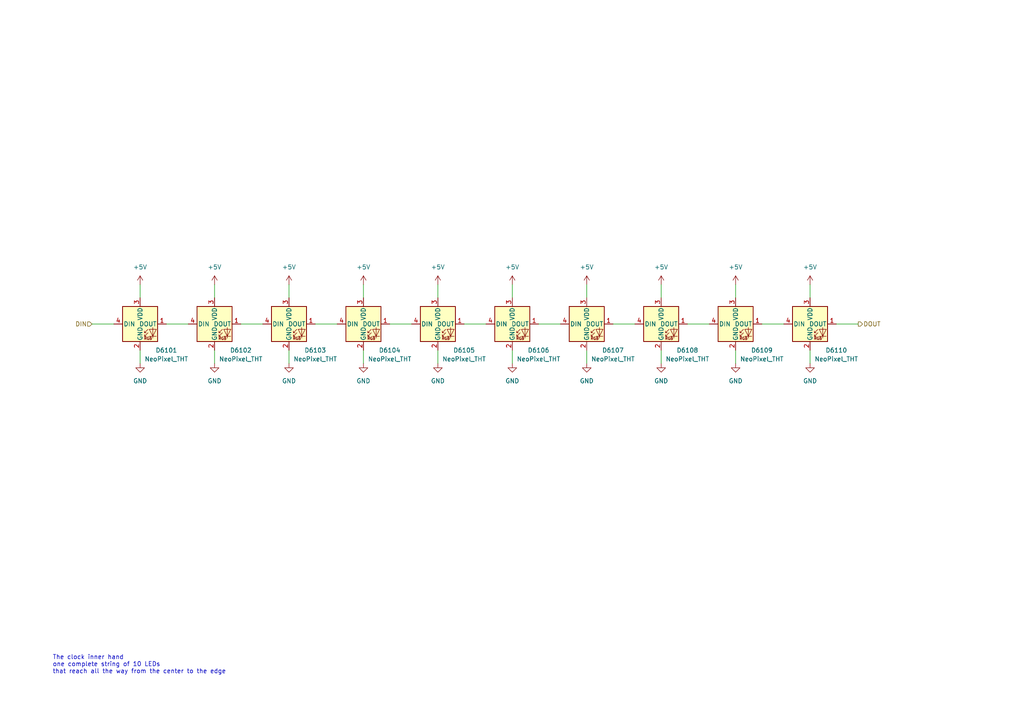
<source format=kicad_sch>
(kicad_sch (version 20230121) (generator eeschema)
  (paper "A4")
  (wire (pts (xy 105.41 82.55) (xy 105.41 86.36)))
  (wire (pts (xy 48.26 93.98) (xy 54.61 93.98)))
  (wire (pts (xy 242.57 93.98) (xy 248.92 93.98)))
  (wire (pts (xy 220.98 93.98) (xy 227.33 93.98)))
  (wire (pts (xy 62.23 82.55) (xy 62.23 86.36)))
  (wire (pts (xy 170.18 82.55) (xy 170.18 86.36)))
  (wire (pts (xy 91.44 93.98) (xy 97.79 93.98)))
  (wire (pts (xy 83.82 101.6) (xy 83.82 105.41)))
  (wire (pts (xy 191.77 82.55) (xy 191.77 86.36)))
  (wire (pts (xy 62.23 101.6) (xy 62.23 105.41)))
  (wire (pts (xy 199.39 93.98) (xy 205.74 93.98)))
  (wire (pts (xy 191.77 101.6) (xy 191.77 105.41)))
  (wire (pts (xy 134.62 93.98) (xy 140.97 93.98)))
  (wire (pts (xy 156.21 93.98) (xy 162.56 93.98)))
  (wire (pts (xy 26.67 93.98) (xy 33.02 93.98)))
  (wire (pts (xy 83.82 82.55) (xy 83.82 86.36)))
  (wire (pts (xy 69.85 93.98) (xy 76.2 93.98)))
  (wire (pts (xy 148.59 101.6) (xy 148.59 105.41)))
  (wire (pts (xy 127 82.55) (xy 127 86.36)))
  (wire (pts (xy 40.64 101.6) (xy 40.64 105.41)))
  (wire (pts (xy 177.8 93.98) (xy 184.15 93.98)))
  (wire (pts (xy 234.95 82.55) (xy 234.95 86.36)))
  (wire (pts (xy 213.36 101.6) (xy 213.36 105.41)))
  (wire (pts (xy 40.64 82.55) (xy 40.64 86.36)))
  (wire (pts (xy 113.03 93.98) (xy 119.38 93.98)))
  (wire (pts (xy 170.18 101.6) (xy 170.18 105.41)))
  (wire (pts (xy 213.36 82.55) (xy 213.36 86.36)))
  (wire (pts (xy 148.59 82.55) (xy 148.59 86.36)))
  (wire (pts (xy 234.95 101.6) (xy 234.95 105.41)))
  (wire (pts (xy 105.41 101.6) (xy 105.41 105.41)))
  (wire (pts (xy 127 101.6) (xy 127 105.41)))
  (text "The clock inner hand\none complete string of 10 LEDs \nthat reach all the way from the center to the edge" (at 15.24 195.58 0) (effects (font (size 1.27 1.27)) (justify left bottom)))
  (hierarchical_label "DOUT" (shape output) (at 248.92 93.98 0))
  (hierarchical_label "DIN" (shape input) (at 26.67 93.98 180))
  (symbol (lib_id "LED:NeoPixel_THT") (at 40.64 93.98 0) (unit 1)
    (property "Reference" "D6101" (at 48.26 101.6 0))
    (property "Value" "NeoPixel_THT" (at 48.26 104.14 0))
    (property "Footprint" "LED_THT:LED_D5.0mm-4_RGB" (effects hide))
    (property "Datasheet" "https://www.adafruit.com/product/1938" (effects hide))
    (property "LCSC#" "C4154875" (effects hide))
    (instances (project "analog-clock-module" (path "" (reference "D6101") (unit 1)) (path "" (reference "D4301") (unit 1)) (path "" (reference "D4401") (unit 1)) (path "" (reference "D4501") (unit 1)) (path "" (reference "D4601") (unit 1)) (path "" (reference "D4801") (unit 1)) (path "" (reference "D4901") (unit 1)) (path "" (reference "D5001") (unit 1)) (path "" (reference "D5101") (unit 1)) (path "" (reference "D5201") (unit 1)) (path "" (reference "D5401") (unit 1)) (path "" (reference "D5501") (unit 1)) (path "" (reference "D5601") (unit 1)) (path "" (reference "D5701") (unit 1)) (path "" (reference "D5801") (unit 1)) (path "" (reference "D4201") (unit 1)) (path "" (reference "D6201") (unit 1)) (path "" (reference "D6301") (unit 1)) (path "" (reference "D6401") (unit 1)) (path "" (reference "D6501") (unit 1)) (path "" (reference "D6701") (unit 1)) (path "" (reference "D6801") (unit 1)) (path "" (reference "D6901") (unit 1)) (path "" (reference "D7001") (unit 1)) (path "" (reference "D7101") (unit 1)) (path "" (reference "D7301") (unit 1)) (path "" (reference "D7401") (unit 1)) (path "" (reference "D7501") (unit 1)) (path "" (reference "D7601") (unit 1)) (path "" (reference "D7701") (unit 1)) (path "" (reference "D301") (unit 1)) (path "" (reference "D3901") (unit 1)) (path "" (reference "D3801") (unit 1)) (path "" (reference "D3701") (unit 1)) (path "" (reference "D3601") (unit 1)) (path "" (reference "D3501") (unit 1)) (path "" (reference "D3301") (unit 1)) (path "" (reference "D3201") (unit 1)) (path "" (reference "D3101") (unit 1)) (path "" (reference "D3001") (unit 1)) (path "" (reference "D2901") (unit 1)) (path "" (reference "D2701") (unit 1)) (path "" (reference "D2601") (unit 1)) (path "" (reference "D2501") (unit 1)) (path "" (reference "D2401") (unit 1)) (path "" (reference "D2301") (unit 1)) (path "" (reference "D2001") (unit 1)) (path "" (reference "D1901") (unit 1)) (path "" (reference "D1801") (unit 1)) (path "" (reference "D1701") (unit 1)) (path "" (reference "D1601") (unit 1)) (path "" (reference "D1201") (unit 1)) (path "" (reference "D1101") (unit 1)) (path "" (reference "D1301") (unit 1)) (path "" (reference "D901") (unit 1)) (path "" (reference "D1001") (unit 1)) (path "" (reference "D501") (unit 1)) (path "" (reference "D701") (unit 1)) (path "" (reference "D601") (unit 1)) (path "" (reference "D201") (unit 1))))
  )
  (symbol (lib_id "power:GND") (at 170.18 105.41 0) (unit 1)
    (property "Reference" "#PWR06114" (effects hide))
    (property "Value" "GND" (at 170.18 110.49 0))
    (instances (project "analog-clock-module" (path "" (reference "#PWR06114") (unit 1)) (path "" (reference "#PWR04314") (unit 1)) (path "" (reference "#PWR04414") (unit 1)) (path "" (reference "#PWR04514") (unit 1)) (path "" (reference "#PWR04614") (unit 1)) (path "" (reference "#PWR04814") (unit 1)) (path "" (reference "#PWR04914") (unit 1)) (path "" (reference "#PWR05014") (unit 1)) (path "" (reference "#PWR05114") (unit 1)) (path "" (reference "#PWR05214") (unit 1)) (path "" (reference "#PWR05414") (unit 1)) (path "" (reference "#PWR05514") (unit 1)) (path "" (reference "#PWR05614") (unit 1)) (path "" (reference "#PWR05714") (unit 1)) (path "" (reference "#PWR05814") (unit 1)) (path "" (reference "#PWR04214") (unit 1)) (path "" (reference "#PWR06214") (unit 1)) (path "" (reference "#PWR06314") (unit 1)) (path "" (reference "#PWR06414") (unit 1)) (path "" (reference "#PWR06514") (unit 1)) (path "" (reference "#PWR06714") (unit 1)) (path "" (reference "#PWR06814") (unit 1)) (path "" (reference "#PWR06914") (unit 1)) (path "" (reference "#PWR07014") (unit 1)) (path "" (reference "#PWR07114") (unit 1)) (path "" (reference "#PWR07314") (unit 1)) (path "" (reference "#PWR07414") (unit 1)) (path "" (reference "#PWR07514") (unit 1)) (path "" (reference "#PWR07614") (unit 1)) (path "" (reference "#PWR07714") (unit 1)) (path "" (reference "#PWR0414") (unit 1)) (path "" (reference "#PWR03914") (unit 1)) (path "" (reference "#PWR03814") (unit 1)) (path "" (reference "#PWR03714") (unit 1)) (path "" (reference "#PWR03614") (unit 1)) (path "" (reference "#PWR03514") (unit 1)) (path "" (reference "#PWR03314") (unit 1)) (path "" (reference "#PWR03214") (unit 1)) (path "" (reference "#PWR03114") (unit 1)) (path "" (reference "#PWR03014") (unit 1)) (path "" (reference "#PWR02914") (unit 1)) (path "" (reference "#PWR02714") (unit 1)) (path "" (reference "#PWR02614") (unit 1)) (path "" (reference "#PWR02514") (unit 1)) (path "" (reference "#PWR02414") (unit 1)) (path "" (reference "#PWR02314") (unit 1)) (path "" (reference "#PWR02014") (unit 1)) (path "" (reference "#PWR01914") (unit 1)) (path "" (reference "#PWR01814") (unit 1)) (path "" (reference "#PWR01714") (unit 1)) (path "" (reference "#PWR01614") (unit 1)) (path "" (reference "#PWR01414") (unit 1)) (path "" (reference "#PWR01314") (unit 1)) (path "" (reference "#PWR01214") (unit 1)) (path "" (reference "#PWR01114") (unit 1)) (path "" (reference "#PWR01014") (unit 1)) (path "" (reference "#PWR0814") (unit 1)) (path "" (reference "#PWR0714") (unit 1)) (path "" (reference "#PWR0614") (unit 1)) (path "" (reference "#PWR0514") (unit 1))))
  )
  (symbol (lib_id "LED:NeoPixel_THT") (at 83.82 93.98 0) (unit 1)
    (property "Reference" "D6103" (at 91.44 101.6 0))
    (property "Value" "NeoPixel_THT" (at 91.44 104.14 0))
    (property "Footprint" "LED_THT:LED_D5.0mm-4_RGB" (effects hide))
    (property "Datasheet" "https://www.adafruit.com/product/1938" (effects hide))
    (property "LCSC#" "C4154875" (effects hide))
    (instances (project "analog-clock-module" (path "" (reference "D6103") (unit 1)) (path "" (reference "D4303") (unit 1)) (path "" (reference "D4403") (unit 1)) (path "" (reference "D4503") (unit 1)) (path "" (reference "D4603") (unit 1)) (path "" (reference "D4803") (unit 1)) (path "" (reference "D4903") (unit 1)) (path "" (reference "D5003") (unit 1)) (path "" (reference "D5103") (unit 1)) (path "" (reference "D5203") (unit 1)) (path "" (reference "D5403") (unit 1)) (path "" (reference "D5503") (unit 1)) (path "" (reference "D5603") (unit 1)) (path "" (reference "D5703") (unit 1)) (path "" (reference "D5803") (unit 1)) (path "" (reference "D4203") (unit 1)) (path "" (reference "D6203") (unit 1)) (path "" (reference "D6303") (unit 1)) (path "" (reference "D6403") (unit 1)) (path "" (reference "D6503") (unit 1)) (path "" (reference "D6703") (unit 1)) (path "" (reference "D6803") (unit 1)) (path "" (reference "D6903") (unit 1)) (path "" (reference "D7003") (unit 1)) (path "" (reference "D7103") (unit 1)) (path "" (reference "D7303") (unit 1)) (path "" (reference "D7403") (unit 1)) (path "" (reference "D7503") (unit 1)) (path "" (reference "D7603") (unit 1)) (path "" (reference "D7703") (unit 1)) (path "" (reference "D303") (unit 1)) (path "" (reference "D3903") (unit 1)) (path "" (reference "D3803") (unit 1)) (path "" (reference "D3703") (unit 1)) (path "" (reference "D3603") (unit 1)) (path "" (reference "D3503") (unit 1)) (path "" (reference "D3303") (unit 1)) (path "" (reference "D3203") (unit 1)) (path "" (reference "D3103") (unit 1)) (path "" (reference "D3003") (unit 1)) (path "" (reference "D2903") (unit 1)) (path "" (reference "D2703") (unit 1)) (path "" (reference "D2603") (unit 1)) (path "" (reference "D2503") (unit 1)) (path "" (reference "D2403") (unit 1)) (path "" (reference "D2303") (unit 1)) (path "" (reference "D2003") (unit 1)) (path "" (reference "D1903") (unit 1)) (path "" (reference "D1803") (unit 1)) (path "" (reference "D1703") (unit 1)) (path "" (reference "D1603") (unit 1)) (path "" (reference "D1203") (unit 1)) (path "" (reference "D1103") (unit 1)) (path "" (reference "D1303") (unit 1)) (path "" (reference "D903") (unit 1)) (path "" (reference "D1003") (unit 1)) (path "" (reference "D503") (unit 1)) (path "" (reference "D703") (unit 1)) (path "" (reference "D603") (unit 1)) (path "" (reference "D203") (unit 1))))
  )
  (symbol (lib_id "power:+5V") (at 127 82.55 0) (unit 1)
    (property "Reference" "#PWR06109" (effects hide))
    (property "Value" "+5V" (at 127 77.47 0))
    (instances (project "analog-clock-module" (path "" (reference "#PWR06109") (unit 1)) (path "" (reference "#PWR04309") (unit 1)) (path "" (reference "#PWR04409") (unit 1)) (path "" (reference "#PWR04509") (unit 1)) (path "" (reference "#PWR04609") (unit 1)) (path "" (reference "#PWR04809") (unit 1)) (path "" (reference "#PWR04909") (unit 1)) (path "" (reference "#PWR05009") (unit 1)) (path "" (reference "#PWR05109") (unit 1)) (path "" (reference "#PWR05209") (unit 1)) (path "" (reference "#PWR05409") (unit 1)) (path "" (reference "#PWR05509") (unit 1)) (path "" (reference "#PWR05609") (unit 1)) (path "" (reference "#PWR05709") (unit 1)) (path "" (reference "#PWR05809") (unit 1)) (path "" (reference "#PWR04209") (unit 1)) (path "" (reference "#PWR06209") (unit 1)) (path "" (reference "#PWR06309") (unit 1)) (path "" (reference "#PWR06409") (unit 1)) (path "" (reference "#PWR06509") (unit 1)) (path "" (reference "#PWR06709") (unit 1)) (path "" (reference "#PWR06809") (unit 1)) (path "" (reference "#PWR06909") (unit 1)) (path "" (reference "#PWR07009") (unit 1)) (path "" (reference "#PWR07109") (unit 1)) (path "" (reference "#PWR07309") (unit 1)) (path "" (reference "#PWR07409") (unit 1)) (path "" (reference "#PWR07509") (unit 1)) (path "" (reference "#PWR07609") (unit 1)) (path "" (reference "#PWR07709") (unit 1)) (path "" (reference "#PWR0409") (unit 1)) (path "" (reference "#PWR03909") (unit 1)) (path "" (reference "#PWR03809") (unit 1)) (path "" (reference "#PWR03709") (unit 1)) (path "" (reference "#PWR03609") (unit 1)) (path "" (reference "#PWR03509") (unit 1)) (path "" (reference "#PWR03309") (unit 1)) (path "" (reference "#PWR03209") (unit 1)) (path "" (reference "#PWR03109") (unit 1)) (path "" (reference "#PWR03009") (unit 1)) (path "" (reference "#PWR02909") (unit 1)) (path "" (reference "#PWR02709") (unit 1)) (path "" (reference "#PWR02609") (unit 1)) (path "" (reference "#PWR02509") (unit 1)) (path "" (reference "#PWR02409") (unit 1)) (path "" (reference "#PWR02309") (unit 1)) (path "" (reference "#PWR02009") (unit 1)) (path "" (reference "#PWR01909") (unit 1)) (path "" (reference "#PWR01809") (unit 1)) (path "" (reference "#PWR01709") (unit 1)) (path "" (reference "#PWR01609") (unit 1)) (path "" (reference "#PWR01409") (unit 1)) (path "" (reference "#PWR01309") (unit 1)) (path "" (reference "#PWR01209") (unit 1)) (path "" (reference "#PWR01109") (unit 1)) (path "" (reference "#PWR01009") (unit 1)) (path "" (reference "#PWR0809") (unit 1)) (path "" (reference "#PWR0709") (unit 1)) (path "" (reference "#PWR0609") (unit 1)) (path "" (reference "#PWR0509") (unit 1))))
  )
  (symbol (lib_id "LED:NeoPixel_THT") (at 105.41 93.98 0) (unit 1)
    (property "Reference" "D6104" (at 113.03 101.6 0))
    (property "Value" "NeoPixel_THT" (at 113.03 104.14 0))
    (property "Footprint" "LED_THT:LED_D5.0mm-4_RGB" (effects hide))
    (property "Datasheet" "https://www.adafruit.com/product/1938" (effects hide))
    (property "LCSC#" "C4154875" (effects hide))
    (instances (project "analog-clock-module" (path "" (reference "D6104") (unit 1)) (path "" (reference "D4304") (unit 1)) (path "" (reference "D4404") (unit 1)) (path "" (reference "D4504") (unit 1)) (path "" (reference "D4604") (unit 1)) (path "" (reference "D4804") (unit 1)) (path "" (reference "D4904") (unit 1)) (path "" (reference "D5004") (unit 1)) (path "" (reference "D5104") (unit 1)) (path "" (reference "D5204") (unit 1)) (path "" (reference "D5404") (unit 1)) (path "" (reference "D5504") (unit 1)) (path "" (reference "D5604") (unit 1)) (path "" (reference "D5704") (unit 1)) (path "" (reference "D5804") (unit 1)) (path "" (reference "D4204") (unit 1)) (path "" (reference "D6204") (unit 1)) (path "" (reference "D6304") (unit 1)) (path "" (reference "D6404") (unit 1)) (path "" (reference "D6504") (unit 1)) (path "" (reference "D6704") (unit 1)) (path "" (reference "D6804") (unit 1)) (path "" (reference "D6904") (unit 1)) (path "" (reference "D7004") (unit 1)) (path "" (reference "D7104") (unit 1)) (path "" (reference "D7304") (unit 1)) (path "" (reference "D7404") (unit 1)) (path "" (reference "D7504") (unit 1)) (path "" (reference "D7604") (unit 1)) (path "" (reference "D7704") (unit 1)) (path "" (reference "D304") (unit 1)) (path "" (reference "D3904") (unit 1)) (path "" (reference "D3804") (unit 1)) (path "" (reference "D3704") (unit 1)) (path "" (reference "D3604") (unit 1)) (path "" (reference "D3504") (unit 1)) (path "" (reference "D3304") (unit 1)) (path "" (reference "D3204") (unit 1)) (path "" (reference "D3104") (unit 1)) (path "" (reference "D3004") (unit 1)) (path "" (reference "D2904") (unit 1)) (path "" (reference "D2704") (unit 1)) (path "" (reference "D2604") (unit 1)) (path "" (reference "D2504") (unit 1)) (path "" (reference "D2404") (unit 1)) (path "" (reference "D2304") (unit 1)) (path "" (reference "D2004") (unit 1)) (path "" (reference "D1904") (unit 1)) (path "" (reference "D1804") (unit 1)) (path "" (reference "D1704") (unit 1)) (path "" (reference "D1604") (unit 1)) (path "" (reference "D1204") (unit 1)) (path "" (reference "D1104") (unit 1)) (path "" (reference "D1304") (unit 1)) (path "" (reference "D904") (unit 1)) (path "" (reference "D1004") (unit 1)) (path "" (reference "D504") (unit 1)) (path "" (reference "D704") (unit 1)) (path "" (reference "D604") (unit 1)) (path "" (reference "D204") (unit 1))))
  )
  (symbol (lib_id "power:+5V") (at 234.95 82.55 0) (unit 1)
    (property "Reference" "#PWR06119" (effects hide))
    (property "Value" "+5V" (at 234.95 77.47 0))
    (instances (project "analog-clock-module" (path "" (reference "#PWR06119") (unit 1)) (path "" (reference "#PWR04319") (unit 1)) (path "" (reference "#PWR04419") (unit 1)) (path "" (reference "#PWR04519") (unit 1)) (path "" (reference "#PWR04619") (unit 1)) (path "" (reference "#PWR04819") (unit 1)) (path "" (reference "#PWR04919") (unit 1)) (path "" (reference "#PWR05019") (unit 1)) (path "" (reference "#PWR05119") (unit 1)) (path "" (reference "#PWR05219") (unit 1)) (path "" (reference "#PWR05419") (unit 1)) (path "" (reference "#PWR05519") (unit 1)) (path "" (reference "#PWR05619") (unit 1)) (path "" (reference "#PWR05719") (unit 1)) (path "" (reference "#PWR05819") (unit 1)) (path "" (reference "#PWR04219") (unit 1)) (path "" (reference "#PWR06219") (unit 1)) (path "" (reference "#PWR06319") (unit 1)) (path "" (reference "#PWR06419") (unit 1)) (path "" (reference "#PWR06519") (unit 1)) (path "" (reference "#PWR06719") (unit 1)) (path "" (reference "#PWR06819") (unit 1)) (path "" (reference "#PWR06919") (unit 1)) (path "" (reference "#PWR07019") (unit 1)) (path "" (reference "#PWR07119") (unit 1)) (path "" (reference "#PWR07319") (unit 1)) (path "" (reference "#PWR07419") (unit 1)) (path "" (reference "#PWR07519") (unit 1)) (path "" (reference "#PWR07619") (unit 1)) (path "" (reference "#PWR07719") (unit 1)) (path "" (reference "#PWR0419") (unit 1)) (path "" (reference "#PWR03919") (unit 1)) (path "" (reference "#PWR03819") (unit 1)) (path "" (reference "#PWR03719") (unit 1)) (path "" (reference "#PWR03619") (unit 1)) (path "" (reference "#PWR03519") (unit 1)) (path "" (reference "#PWR03319") (unit 1)) (path "" (reference "#PWR03219") (unit 1)) (path "" (reference "#PWR03119") (unit 1)) (path "" (reference "#PWR03019") (unit 1)) (path "" (reference "#PWR02919") (unit 1)) (path "" (reference "#PWR02719") (unit 1)) (path "" (reference "#PWR02619") (unit 1)) (path "" (reference "#PWR02519") (unit 1)) (path "" (reference "#PWR02419") (unit 1)) (path "" (reference "#PWR02319") (unit 1)) (path "" (reference "#PWR02019") (unit 1)) (path "" (reference "#PWR01919") (unit 1)) (path "" (reference "#PWR01819") (unit 1)) (path "" (reference "#PWR01719") (unit 1)) (path "" (reference "#PWR01619") (unit 1)) (path "" (reference "#PWR01419") (unit 1)) (path "" (reference "#PWR01319") (unit 1)) (path "" (reference "#PWR01219") (unit 1)) (path "" (reference "#PWR01119") (unit 1)) (path "" (reference "#PWR01019") (unit 1)) (path "" (reference "#PWR0819") (unit 1)) (path "" (reference "#PWR0719") (unit 1)) (path "" (reference "#PWR0619") (unit 1)) (path "" (reference "#PWR0519") (unit 1))))
  )
  (symbol (lib_id "LED:NeoPixel_THT") (at 62.23 93.98 0) (unit 1)
    (property "Reference" "D6102" (at 69.85 101.6 0))
    (property "Value" "NeoPixel_THT" (at 69.85 104.14 0))
    (property "Footprint" "LED_THT:LED_D5.0mm-4_RGB" (effects hide))
    (property "Datasheet" "https://www.adafruit.com/product/1938" (effects hide))
    (property "LCSC#" "C4154875" (effects hide))
    (instances (project "analog-clock-module" (path "" (reference "D6102") (unit 1)) (path "" (reference "D4302") (unit 1)) (path "" (reference "D4402") (unit 1)) (path "" (reference "D4502") (unit 1)) (path "" (reference "D4602") (unit 1)) (path "" (reference "D4802") (unit 1)) (path "" (reference "D4902") (unit 1)) (path "" (reference "D5002") (unit 1)) (path "" (reference "D5102") (unit 1)) (path "" (reference "D5202") (unit 1)) (path "" (reference "D5402") (unit 1)) (path "" (reference "D5502") (unit 1)) (path "" (reference "D5602") (unit 1)) (path "" (reference "D5702") (unit 1)) (path "" (reference "D5802") (unit 1)) (path "" (reference "D4202") (unit 1)) (path "" (reference "D6202") (unit 1)) (path "" (reference "D6302") (unit 1)) (path "" (reference "D6402") (unit 1)) (path "" (reference "D6502") (unit 1)) (path "" (reference "D6702") (unit 1)) (path "" (reference "D6802") (unit 1)) (path "" (reference "D6902") (unit 1)) (path "" (reference "D7002") (unit 1)) (path "" (reference "D7102") (unit 1)) (path "" (reference "D7302") (unit 1)) (path "" (reference "D7402") (unit 1)) (path "" (reference "D7502") (unit 1)) (path "" (reference "D7602") (unit 1)) (path "" (reference "D7702") (unit 1)) (path "" (reference "D302") (unit 1)) (path "" (reference "D3902") (unit 1)) (path "" (reference "D3802") (unit 1)) (path "" (reference "D3702") (unit 1)) (path "" (reference "D3602") (unit 1)) (path "" (reference "D3502") (unit 1)) (path "" (reference "D3302") (unit 1)) (path "" (reference "D3202") (unit 1)) (path "" (reference "D3102") (unit 1)) (path "" (reference "D3002") (unit 1)) (path "" (reference "D2902") (unit 1)) (path "" (reference "D2702") (unit 1)) (path "" (reference "D2602") (unit 1)) (path "" (reference "D2502") (unit 1)) (path "" (reference "D2402") (unit 1)) (path "" (reference "D2302") (unit 1)) (path "" (reference "D2002") (unit 1)) (path "" (reference "D1902") (unit 1)) (path "" (reference "D1802") (unit 1)) (path "" (reference "D1702") (unit 1)) (path "" (reference "D1602") (unit 1)) (path "" (reference "D1202") (unit 1)) (path "" (reference "D1102") (unit 1)) (path "" (reference "D1302") (unit 1)) (path "" (reference "D902") (unit 1)) (path "" (reference "D1002") (unit 1)) (path "" (reference "D502") (unit 1)) (path "" (reference "D702") (unit 1)) (path "" (reference "D602") (unit 1)) (path "" (reference "D202") (unit 1))))
  )
  (symbol (lib_id "LED:NeoPixel_THT") (at 234.95 93.98 0) (unit 1)
    (property "Reference" "D6110" (at 242.57 101.6 0))
    (property "Value" "NeoPixel_THT" (at 242.57 104.14 0))
    (property "Footprint" "LED_THT:LED_D5.0mm-4_RGB" (effects hide))
    (property "Datasheet" "https://www.adafruit.com/product/1938" (effects hide))
    (property "LCSC#" "C4154875" (effects hide))
    (instances (project "analog-clock-module" (path "" (reference "D6110") (unit 1)) (path "" (reference "D4310") (unit 1)) (path "" (reference "D4410") (unit 1)) (path "" (reference "D4510") (unit 1)) (path "" (reference "D4610") (unit 1)) (path "" (reference "D4810") (unit 1)) (path "" (reference "D4910") (unit 1)) (path "" (reference "D5010") (unit 1)) (path "" (reference "D5110") (unit 1)) (path "" (reference "D5210") (unit 1)) (path "" (reference "D5410") (unit 1)) (path "" (reference "D5510") (unit 1)) (path "" (reference "D5610") (unit 1)) (path "" (reference "D5710") (unit 1)) (path "" (reference "D5810") (unit 1)) (path "" (reference "D4210") (unit 1)) (path "" (reference "D6210") (unit 1)) (path "" (reference "D6310") (unit 1)) (path "" (reference "D6410") (unit 1)) (path "" (reference "D6510") (unit 1)) (path "" (reference "D6710") (unit 1)) (path "" (reference "D6810") (unit 1)) (path "" (reference "D6910") (unit 1)) (path "" (reference "D7010") (unit 1)) (path "" (reference "D7110") (unit 1)) (path "" (reference "D7310") (unit 1)) (path "" (reference "D7410") (unit 1)) (path "" (reference "D7510") (unit 1)) (path "" (reference "D7610") (unit 1)) (path "" (reference "D7710") (unit 1)) (path "" (reference "D310") (unit 1)) (path "" (reference "D3910") (unit 1)) (path "" (reference "D3810") (unit 1)) (path "" (reference "D3710") (unit 1)) (path "" (reference "D3610") (unit 1)) (path "" (reference "D3510") (unit 1)) (path "" (reference "D3310") (unit 1)) (path "" (reference "D3210") (unit 1)) (path "" (reference "D3110") (unit 1)) (path "" (reference "D3010") (unit 1)) (path "" (reference "D2910") (unit 1)) (path "" (reference "D2710") (unit 1)) (path "" (reference "D2610") (unit 1)) (path "" (reference "D2510") (unit 1)) (path "" (reference "D2410") (unit 1)) (path "" (reference "D2310") (unit 1)) (path "" (reference "D2010") (unit 1)) (path "" (reference "D1910") (unit 1)) (path "" (reference "D1810") (unit 1)) (path "" (reference "D1710") (unit 1)) (path "" (reference "D1610") (unit 1)) (path "" (reference "D1210") (unit 1)) (path "" (reference "D1110") (unit 1)) (path "" (reference "D1310") (unit 1)) (path "" (reference "D910") (unit 1)) (path "" (reference "D1010") (unit 1)) (path "" (reference "D510") (unit 1)) (path "" (reference "D710") (unit 1)) (path "" (reference "D610") (unit 1)) (path "" (reference "D210") (unit 1))))
  )
  (symbol (lib_id "power:GND") (at 105.41 105.41 0) (unit 1)
    (property "Reference" "#PWR06108" (effects hide))
    (property "Value" "GND" (at 105.41 110.49 0))
    (instances (project "analog-clock-module" (path "" (reference "#PWR06108") (unit 1)) (path "" (reference "#PWR04308") (unit 1)) (path "" (reference "#PWR04408") (unit 1)) (path "" (reference "#PWR04508") (unit 1)) (path "" (reference "#PWR04608") (unit 1)) (path "" (reference "#PWR04808") (unit 1)) (path "" (reference "#PWR04908") (unit 1)) (path "" (reference "#PWR05008") (unit 1)) (path "" (reference "#PWR05108") (unit 1)) (path "" (reference "#PWR05208") (unit 1)) (path "" (reference "#PWR05408") (unit 1)) (path "" (reference "#PWR05508") (unit 1)) (path "" (reference "#PWR05608") (unit 1)) (path "" (reference "#PWR05708") (unit 1)) (path "" (reference "#PWR05808") (unit 1)) (path "" (reference "#PWR04208") (unit 1)) (path "" (reference "#PWR06208") (unit 1)) (path "" (reference "#PWR06308") (unit 1)) (path "" (reference "#PWR06408") (unit 1)) (path "" (reference "#PWR06508") (unit 1)) (path "" (reference "#PWR06708") (unit 1)) (path "" (reference "#PWR06808") (unit 1)) (path "" (reference "#PWR06908") (unit 1)) (path "" (reference "#PWR07008") (unit 1)) (path "" (reference "#PWR07108") (unit 1)) (path "" (reference "#PWR07308") (unit 1)) (path "" (reference "#PWR07408") (unit 1)) (path "" (reference "#PWR07508") (unit 1)) (path "" (reference "#PWR07608") (unit 1)) (path "" (reference "#PWR07708") (unit 1)) (path "" (reference "#PWR0408") (unit 1)) (path "" (reference "#PWR03908") (unit 1)) (path "" (reference "#PWR03808") (unit 1)) (path "" (reference "#PWR03708") (unit 1)) (path "" (reference "#PWR03608") (unit 1)) (path "" (reference "#PWR03508") (unit 1)) (path "" (reference "#PWR03308") (unit 1)) (path "" (reference "#PWR03208") (unit 1)) (path "" (reference "#PWR03108") (unit 1)) (path "" (reference "#PWR03008") (unit 1)) (path "" (reference "#PWR02908") (unit 1)) (path "" (reference "#PWR02708") (unit 1)) (path "" (reference "#PWR02608") (unit 1)) (path "" (reference "#PWR02508") (unit 1)) (path "" (reference "#PWR02408") (unit 1)) (path "" (reference "#PWR02308") (unit 1)) (path "" (reference "#PWR02008") (unit 1)) (path "" (reference "#PWR01908") (unit 1)) (path "" (reference "#PWR01808") (unit 1)) (path "" (reference "#PWR01708") (unit 1)) (path "" (reference "#PWR01608") (unit 1)) (path "" (reference "#PWR01408") (unit 1)) (path "" (reference "#PWR01308") (unit 1)) (path "" (reference "#PWR01208") (unit 1)) (path "" (reference "#PWR01108") (unit 1)) (path "" (reference "#PWR01008") (unit 1)) (path "" (reference "#PWR0808") (unit 1)) (path "" (reference "#PWR0708") (unit 1)) (path "" (reference "#PWR0608") (unit 1)) (path "" (reference "#PWR0508") (unit 1))))
  )
  (symbol (lib_id "power:+5V") (at 191.77 82.55 0) (unit 1)
    (property "Reference" "#PWR06115" (effects hide))
    (property "Value" "+5V" (at 191.77 77.47 0))
    (instances (project "analog-clock-module" (path "" (reference "#PWR06115") (unit 1)) (path "" (reference "#PWR04315") (unit 1)) (path "" (reference "#PWR04415") (unit 1)) (path "" (reference "#PWR04515") (unit 1)) (path "" (reference "#PWR04615") (unit 1)) (path "" (reference "#PWR04815") (unit 1)) (path "" (reference "#PWR04915") (unit 1)) (path "" (reference "#PWR05015") (unit 1)) (path "" (reference "#PWR05115") (unit 1)) (path "" (reference "#PWR05215") (unit 1)) (path "" (reference "#PWR05415") (unit 1)) (path "" (reference "#PWR05515") (unit 1)) (path "" (reference "#PWR05615") (unit 1)) (path "" (reference "#PWR05715") (unit 1)) (path "" (reference "#PWR05815") (unit 1)) (path "" (reference "#PWR04215") (unit 1)) (path "" (reference "#PWR06215") (unit 1)) (path "" (reference "#PWR06315") (unit 1)) (path "" (reference "#PWR06415") (unit 1)) (path "" (reference "#PWR06515") (unit 1)) (path "" (reference "#PWR06715") (unit 1)) (path "" (reference "#PWR06815") (unit 1)) (path "" (reference "#PWR06915") (unit 1)) (path "" (reference "#PWR07015") (unit 1)) (path "" (reference "#PWR07115") (unit 1)) (path "" (reference "#PWR07315") (unit 1)) (path "" (reference "#PWR07415") (unit 1)) (path "" (reference "#PWR07515") (unit 1)) (path "" (reference "#PWR07615") (unit 1)) (path "" (reference "#PWR07715") (unit 1)) (path "" (reference "#PWR0415") (unit 1)) (path "" (reference "#PWR03915") (unit 1)) (path "" (reference "#PWR03815") (unit 1)) (path "" (reference "#PWR03715") (unit 1)) (path "" (reference "#PWR03615") (unit 1)) (path "" (reference "#PWR03515") (unit 1)) (path "" (reference "#PWR03315") (unit 1)) (path "" (reference "#PWR03215") (unit 1)) (path "" (reference "#PWR03115") (unit 1)) (path "" (reference "#PWR03015") (unit 1)) (path "" (reference "#PWR02915") (unit 1)) (path "" (reference "#PWR02715") (unit 1)) (path "" (reference "#PWR02615") (unit 1)) (path "" (reference "#PWR02515") (unit 1)) (path "" (reference "#PWR02415") (unit 1)) (path "" (reference "#PWR02315") (unit 1)) (path "" (reference "#PWR02015") (unit 1)) (path "" (reference "#PWR01915") (unit 1)) (path "" (reference "#PWR01815") (unit 1)) (path "" (reference "#PWR01715") (unit 1)) (path "" (reference "#PWR01615") (unit 1)) (path "" (reference "#PWR01415") (unit 1)) (path "" (reference "#PWR01315") (unit 1)) (path "" (reference "#PWR01215") (unit 1)) (path "" (reference "#PWR01115") (unit 1)) (path "" (reference "#PWR01015") (unit 1)) (path "" (reference "#PWR0815") (unit 1)) (path "" (reference "#PWR0715") (unit 1)) (path "" (reference "#PWR0615") (unit 1)) (path "" (reference "#PWR0515") (unit 1))))
  )
  (symbol (lib_id "LED:NeoPixel_THT") (at 127 93.98 0) (unit 1)
    (property "Reference" "D6105" (at 134.62 101.6 0))
    (property "Value" "NeoPixel_THT" (at 134.62 104.14 0))
    (property "Footprint" "LED_THT:LED_D5.0mm-4_RGB" (effects hide))
    (property "Datasheet" "https://www.adafruit.com/product/1938" (effects hide))
    (property "LCSC#" "C4154875" (effects hide))
    (instances (project "analog-clock-module" (path "" (reference "D6105") (unit 1)) (path "" (reference "D4305") (unit 1)) (path "" (reference "D4405") (unit 1)) (path "" (reference "D4505") (unit 1)) (path "" (reference "D4605") (unit 1)) (path "" (reference "D4805") (unit 1)) (path "" (reference "D4905") (unit 1)) (path "" (reference "D5005") (unit 1)) (path "" (reference "D5105") (unit 1)) (path "" (reference "D5205") (unit 1)) (path "" (reference "D5405") (unit 1)) (path "" (reference "D5505") (unit 1)) (path "" (reference "D5605") (unit 1)) (path "" (reference "D5705") (unit 1)) (path "" (reference "D5805") (unit 1)) (path "" (reference "D4205") (unit 1)) (path "" (reference "D6205") (unit 1)) (path "" (reference "D6305") (unit 1)) (path "" (reference "D6405") (unit 1)) (path "" (reference "D6505") (unit 1)) (path "" (reference "D6705") (unit 1)) (path "" (reference "D6805") (unit 1)) (path "" (reference "D6905") (unit 1)) (path "" (reference "D7005") (unit 1)) (path "" (reference "D7105") (unit 1)) (path "" (reference "D7305") (unit 1)) (path "" (reference "D7405") (unit 1)) (path "" (reference "D7505") (unit 1)) (path "" (reference "D7605") (unit 1)) (path "" (reference "D7705") (unit 1)) (path "" (reference "D305") (unit 1)) (path "" (reference "D3905") (unit 1)) (path "" (reference "D3805") (unit 1)) (path "" (reference "D3705") (unit 1)) (path "" (reference "D3605") (unit 1)) (path "" (reference "D3505") (unit 1)) (path "" (reference "D3305") (unit 1)) (path "" (reference "D3205") (unit 1)) (path "" (reference "D3105") (unit 1)) (path "" (reference "D3005") (unit 1)) (path "" (reference "D2905") (unit 1)) (path "" (reference "D2705") (unit 1)) (path "" (reference "D2605") (unit 1)) (path "" (reference "D2505") (unit 1)) (path "" (reference "D2405") (unit 1)) (path "" (reference "D2305") (unit 1)) (path "" (reference "D2005") (unit 1)) (path "" (reference "D1905") (unit 1)) (path "" (reference "D1805") (unit 1)) (path "" (reference "D1705") (unit 1)) (path "" (reference "D1605") (unit 1)) (path "" (reference "D1205") (unit 1)) (path "" (reference "D1105") (unit 1)) (path "" (reference "D1305") (unit 1)) (path "" (reference "D905") (unit 1)) (path "" (reference "D1005") (unit 1)) (path "" (reference "D505") (unit 1)) (path "" (reference "D705") (unit 1)) (path "" (reference "D605") (unit 1)) (path "" (reference "D205") (unit 1))))
  )
  (symbol (lib_id "power:GND") (at 191.77 105.41 0) (unit 1)
    (property "Reference" "#PWR06116" (effects hide))
    (property "Value" "GND" (at 191.77 110.49 0))
    (instances (project "analog-clock-module" (path "" (reference "#PWR06116") (unit 1)) (path "" (reference "#PWR04316") (unit 1)) (path "" (reference "#PWR04416") (unit 1)) (path "" (reference "#PWR04516") (unit 1)) (path "" (reference "#PWR04616") (unit 1)) (path "" (reference "#PWR04816") (unit 1)) (path "" (reference "#PWR04916") (unit 1)) (path "" (reference "#PWR05016") (unit 1)) (path "" (reference "#PWR05116") (unit 1)) (path "" (reference "#PWR05216") (unit 1)) (path "" (reference "#PWR05416") (unit 1)) (path "" (reference "#PWR05516") (unit 1)) (path "" (reference "#PWR05616") (unit 1)) (path "" (reference "#PWR05716") (unit 1)) (path "" (reference "#PWR05816") (unit 1)) (path "" (reference "#PWR04216") (unit 1)) (path "" (reference "#PWR06216") (unit 1)) (path "" (reference "#PWR06316") (unit 1)) (path "" (reference "#PWR06416") (unit 1)) (path "" (reference "#PWR06516") (unit 1)) (path "" (reference "#PWR06716") (unit 1)) (path "" (reference "#PWR06816") (unit 1)) (path "" (reference "#PWR06916") (unit 1)) (path "" (reference "#PWR07016") (unit 1)) (path "" (reference "#PWR07116") (unit 1)) (path "" (reference "#PWR07316") (unit 1)) (path "" (reference "#PWR07416") (unit 1)) (path "" (reference "#PWR07516") (unit 1)) (path "" (reference "#PWR07616") (unit 1)) (path "" (reference "#PWR07716") (unit 1)) (path "" (reference "#PWR0416") (unit 1)) (path "" (reference "#PWR03916") (unit 1)) (path "" (reference "#PWR03816") (unit 1)) (path "" (reference "#PWR03716") (unit 1)) (path "" (reference "#PWR03616") (unit 1)) (path "" (reference "#PWR03516") (unit 1)) (path "" (reference "#PWR03316") (unit 1)) (path "" (reference "#PWR03216") (unit 1)) (path "" (reference "#PWR03116") (unit 1)) (path "" (reference "#PWR03016") (unit 1)) (path "" (reference "#PWR02916") (unit 1)) (path "" (reference "#PWR02716") (unit 1)) (path "" (reference "#PWR02616") (unit 1)) (path "" (reference "#PWR02516") (unit 1)) (path "" (reference "#PWR02416") (unit 1)) (path "" (reference "#PWR02316") (unit 1)) (path "" (reference "#PWR02016") (unit 1)) (path "" (reference "#PWR01916") (unit 1)) (path "" (reference "#PWR01816") (unit 1)) (path "" (reference "#PWR01716") (unit 1)) (path "" (reference "#PWR01616") (unit 1)) (path "" (reference "#PWR01416") (unit 1)) (path "" (reference "#PWR01316") (unit 1)) (path "" (reference "#PWR01216") (unit 1)) (path "" (reference "#PWR01116") (unit 1)) (path "" (reference "#PWR01016") (unit 1)) (path "" (reference "#PWR0816") (unit 1)) (path "" (reference "#PWR0716") (unit 1)) (path "" (reference "#PWR0616") (unit 1)) (path "" (reference "#PWR0516") (unit 1))))
  )
  (symbol (lib_id "power:+5V") (at 83.82 82.55 0) (unit 1)
    (property "Reference" "#PWR06105" (effects hide))
    (property "Value" "+5V" (at 83.82 77.47 0))
    (instances (project "analog-clock-module" (path "" (reference "#PWR06105") (unit 1)) (path "" (reference "#PWR04305") (unit 1)) (path "" (reference "#PWR04405") (unit 1)) (path "" (reference "#PWR04505") (unit 1)) (path "" (reference "#PWR04605") (unit 1)) (path "" (reference "#PWR04805") (unit 1)) (path "" (reference "#PWR04905") (unit 1)) (path "" (reference "#PWR05005") (unit 1)) (path "" (reference "#PWR05105") (unit 1)) (path "" (reference "#PWR05205") (unit 1)) (path "" (reference "#PWR05405") (unit 1)) (path "" (reference "#PWR05505") (unit 1)) (path "" (reference "#PWR05605") (unit 1)) (path "" (reference "#PWR05705") (unit 1)) (path "" (reference "#PWR05805") (unit 1)) (path "" (reference "#PWR04205") (unit 1)) (path "" (reference "#PWR06205") (unit 1)) (path "" (reference "#PWR06305") (unit 1)) (path "" (reference "#PWR06405") (unit 1)) (path "" (reference "#PWR06505") (unit 1)) (path "" (reference "#PWR06705") (unit 1)) (path "" (reference "#PWR06805") (unit 1)) (path "" (reference "#PWR06905") (unit 1)) (path "" (reference "#PWR07005") (unit 1)) (path "" (reference "#PWR07105") (unit 1)) (path "" (reference "#PWR07305") (unit 1)) (path "" (reference "#PWR07405") (unit 1)) (path "" (reference "#PWR07505") (unit 1)) (path "" (reference "#PWR07605") (unit 1)) (path "" (reference "#PWR07705") (unit 1)) (path "" (reference "#PWR0405") (unit 1)) (path "" (reference "#PWR03905") (unit 1)) (path "" (reference "#PWR03805") (unit 1)) (path "" (reference "#PWR03705") (unit 1)) (path "" (reference "#PWR03605") (unit 1)) (path "" (reference "#PWR03505") (unit 1)) (path "" (reference "#PWR03305") (unit 1)) (path "" (reference "#PWR03205") (unit 1)) (path "" (reference "#PWR03105") (unit 1)) (path "" (reference "#PWR03005") (unit 1)) (path "" (reference "#PWR02905") (unit 1)) (path "" (reference "#PWR02705") (unit 1)) (path "" (reference "#PWR02605") (unit 1)) (path "" (reference "#PWR02505") (unit 1)) (path "" (reference "#PWR02405") (unit 1)) (path "" (reference "#PWR02305") (unit 1)) (path "" (reference "#PWR02005") (unit 1)) (path "" (reference "#PWR01905") (unit 1)) (path "" (reference "#PWR01805") (unit 1)) (path "" (reference "#PWR01705") (unit 1)) (path "" (reference "#PWR01605") (unit 1)) (path "" (reference "#PWR01405") (unit 1)) (path "" (reference "#PWR01305") (unit 1)) (path "" (reference "#PWR01205") (unit 1)) (path "" (reference "#PWR01105") (unit 1)) (path "" (reference "#PWR01005") (unit 1)) (path "" (reference "#PWR0805") (unit 1)) (path "" (reference "#PWR0705") (unit 1)) (path "" (reference "#PWR0605") (unit 1)) (path "" (reference "#PWR0505") (unit 1))))
  )
  (symbol (lib_id "LED:NeoPixel_THT") (at 213.36 93.98 0) (unit 1)
    (property "Reference" "D6109" (at 220.98 101.6 0))
    (property "Value" "NeoPixel_THT" (at 220.98 104.14 0))
    (property "Footprint" "LED_THT:LED_D5.0mm-4_RGB" (effects hide))
    (property "Datasheet" "https://www.adafruit.com/product/1938" (effects hide))
    (property "LCSC#" "C4154875" (effects hide))
    (instances (project "analog-clock-module" (path "" (reference "D6109") (unit 1)) (path "" (reference "D4309") (unit 1)) (path "" (reference "D4409") (unit 1)) (path "" (reference "D4509") (unit 1)) (path "" (reference "D4609") (unit 1)) (path "" (reference "D4809") (unit 1)) (path "" (reference "D4909") (unit 1)) (path "" (reference "D5009") (unit 1)) (path "" (reference "D5109") (unit 1)) (path "" (reference "D5209") (unit 1)) (path "" (reference "D5409") (unit 1)) (path "" (reference "D5509") (unit 1)) (path "" (reference "D5609") (unit 1)) (path "" (reference "D5709") (unit 1)) (path "" (reference "D5809") (unit 1)) (path "" (reference "D4209") (unit 1)) (path "" (reference "D6209") (unit 1)) (path "" (reference "D6309") (unit 1)) (path "" (reference "D6409") (unit 1)) (path "" (reference "D6509") (unit 1)) (path "" (reference "D6709") (unit 1)) (path "" (reference "D6809") (unit 1)) (path "" (reference "D6909") (unit 1)) (path "" (reference "D7009") (unit 1)) (path "" (reference "D7109") (unit 1)) (path "" (reference "D7309") (unit 1)) (path "" (reference "D7409") (unit 1)) (path "" (reference "D7509") (unit 1)) (path "" (reference "D7609") (unit 1)) (path "" (reference "D7709") (unit 1)) (path "" (reference "D309") (unit 1)) (path "" (reference "D3909") (unit 1)) (path "" (reference "D3809") (unit 1)) (path "" (reference "D3709") (unit 1)) (path "" (reference "D3609") (unit 1)) (path "" (reference "D3509") (unit 1)) (path "" (reference "D3309") (unit 1)) (path "" (reference "D3209") (unit 1)) (path "" (reference "D3109") (unit 1)) (path "" (reference "D3009") (unit 1)) (path "" (reference "D2909") (unit 1)) (path "" (reference "D2709") (unit 1)) (path "" (reference "D2609") (unit 1)) (path "" (reference "D2509") (unit 1)) (path "" (reference "D2409") (unit 1)) (path "" (reference "D2309") (unit 1)) (path "" (reference "D2009") (unit 1)) (path "" (reference "D1909") (unit 1)) (path "" (reference "D1809") (unit 1)) (path "" (reference "D1709") (unit 1)) (path "" (reference "D1609") (unit 1)) (path "" (reference "D1209") (unit 1)) (path "" (reference "D1109") (unit 1)) (path "" (reference "D1309") (unit 1)) (path "" (reference "D909") (unit 1)) (path "" (reference "D1009") (unit 1)) (path "" (reference "D509") (unit 1)) (path "" (reference "D709") (unit 1)) (path "" (reference "D609") (unit 1)) (path "" (reference "D209") (unit 1))))
  )
  (symbol (lib_id "power:+5V") (at 105.41 82.55 0) (unit 1)
    (property "Reference" "#PWR06107" (effects hide))
    (property "Value" "+5V" (at 105.41 77.47 0))
    (instances (project "analog-clock-module" (path "" (reference "#PWR06107") (unit 1)) (path "" (reference "#PWR04307") (unit 1)) (path "" (reference "#PWR04407") (unit 1)) (path "" (reference "#PWR04507") (unit 1)) (path "" (reference "#PWR04607") (unit 1)) (path "" (reference "#PWR04807") (unit 1)) (path "" (reference "#PWR04907") (unit 1)) (path "" (reference "#PWR05007") (unit 1)) (path "" (reference "#PWR05107") (unit 1)) (path "" (reference "#PWR05207") (unit 1)) (path "" (reference "#PWR05407") (unit 1)) (path "" (reference "#PWR05507") (unit 1)) (path "" (reference "#PWR05607") (unit 1)) (path "" (reference "#PWR05707") (unit 1)) (path "" (reference "#PWR05807") (unit 1)) (path "" (reference "#PWR04207") (unit 1)) (path "" (reference "#PWR06207") (unit 1)) (path "" (reference "#PWR06307") (unit 1)) (path "" (reference "#PWR06407") (unit 1)) (path "" (reference "#PWR06507") (unit 1)) (path "" (reference "#PWR06707") (unit 1)) (path "" (reference "#PWR06807") (unit 1)) (path "" (reference "#PWR06907") (unit 1)) (path "" (reference "#PWR07007") (unit 1)) (path "" (reference "#PWR07107") (unit 1)) (path "" (reference "#PWR07307") (unit 1)) (path "" (reference "#PWR07407") (unit 1)) (path "" (reference "#PWR07507") (unit 1)) (path "" (reference "#PWR07607") (unit 1)) (path "" (reference "#PWR07707") (unit 1)) (path "" (reference "#PWR0407") (unit 1)) (path "" (reference "#PWR03907") (unit 1)) (path "" (reference "#PWR03807") (unit 1)) (path "" (reference "#PWR03707") (unit 1)) (path "" (reference "#PWR03607") (unit 1)) (path "" (reference "#PWR03507") (unit 1)) (path "" (reference "#PWR03307") (unit 1)) (path "" (reference "#PWR03207") (unit 1)) (path "" (reference "#PWR03107") (unit 1)) (path "" (reference "#PWR03007") (unit 1)) (path "" (reference "#PWR02907") (unit 1)) (path "" (reference "#PWR02707") (unit 1)) (path "" (reference "#PWR02607") (unit 1)) (path "" (reference "#PWR02507") (unit 1)) (path "" (reference "#PWR02407") (unit 1)) (path "" (reference "#PWR02307") (unit 1)) (path "" (reference "#PWR02007") (unit 1)) (path "" (reference "#PWR01907") (unit 1)) (path "" (reference "#PWR01807") (unit 1)) (path "" (reference "#PWR01707") (unit 1)) (path "" (reference "#PWR01607") (unit 1)) (path "" (reference "#PWR01407") (unit 1)) (path "" (reference "#PWR01307") (unit 1)) (path "" (reference "#PWR01207") (unit 1)) (path "" (reference "#PWR01107") (unit 1)) (path "" (reference "#PWR01007") (unit 1)) (path "" (reference "#PWR0807") (unit 1)) (path "" (reference "#PWR0707") (unit 1)) (path "" (reference "#PWR0607") (unit 1)) (path "" (reference "#PWR0507") (unit 1))))
  )
  (symbol (lib_id "LED:NeoPixel_THT") (at 170.18 93.98 0) (unit 1)
    (property "Reference" "D6107" (at 177.8 101.6 0))
    (property "Value" "NeoPixel_THT" (at 177.8 104.14 0))
    (property "Footprint" "LED_THT:LED_D5.0mm-4_RGB" (effects hide))
    (property "Datasheet" "https://www.adafruit.com/product/1938" (effects hide))
    (property "LCSC#" "C4154875" (effects hide))
    (instances (project "analog-clock-module" (path "" (reference "D6107") (unit 1)) (path "" (reference "D4307") (unit 1)) (path "" (reference "D4407") (unit 1)) (path "" (reference "D4507") (unit 1)) (path "" (reference "D4607") (unit 1)) (path "" (reference "D4807") (unit 1)) (path "" (reference "D4907") (unit 1)) (path "" (reference "D5007") (unit 1)) (path "" (reference "D5107") (unit 1)) (path "" (reference "D5207") (unit 1)) (path "" (reference "D5407") (unit 1)) (path "" (reference "D5507") (unit 1)) (path "" (reference "D5607") (unit 1)) (path "" (reference "D5707") (unit 1)) (path "" (reference "D5807") (unit 1)) (path "" (reference "D4207") (unit 1)) (path "" (reference "D6207") (unit 1)) (path "" (reference "D6307") (unit 1)) (path "" (reference "D6407") (unit 1)) (path "" (reference "D6507") (unit 1)) (path "" (reference "D6707") (unit 1)) (path "" (reference "D6807") (unit 1)) (path "" (reference "D6907") (unit 1)) (path "" (reference "D7007") (unit 1)) (path "" (reference "D7107") (unit 1)) (path "" (reference "D7307") (unit 1)) (path "" (reference "D7407") (unit 1)) (path "" (reference "D7507") (unit 1)) (path "" (reference "D7607") (unit 1)) (path "" (reference "D7707") (unit 1)) (path "" (reference "D307") (unit 1)) (path "" (reference "D3907") (unit 1)) (path "" (reference "D3807") (unit 1)) (path "" (reference "D3707") (unit 1)) (path "" (reference "D3607") (unit 1)) (path "" (reference "D3507") (unit 1)) (path "" (reference "D3307") (unit 1)) (path "" (reference "D3207") (unit 1)) (path "" (reference "D3107") (unit 1)) (path "" (reference "D3007") (unit 1)) (path "" (reference "D2907") (unit 1)) (path "" (reference "D2707") (unit 1)) (path "" (reference "D2607") (unit 1)) (path "" (reference "D2507") (unit 1)) (path "" (reference "D2407") (unit 1)) (path "" (reference "D2307") (unit 1)) (path "" (reference "D2007") (unit 1)) (path "" (reference "D1907") (unit 1)) (path "" (reference "D1807") (unit 1)) (path "" (reference "D1707") (unit 1)) (path "" (reference "D1607") (unit 1)) (path "" (reference "D1207") (unit 1)) (path "" (reference "D1107") (unit 1)) (path "" (reference "D1307") (unit 1)) (path "" (reference "D907") (unit 1)) (path "" (reference "D1007") (unit 1)) (path "" (reference "D507") (unit 1)) (path "" (reference "D707") (unit 1)) (path "" (reference "D607") (unit 1)) (path "" (reference "D207") (unit 1))))
  )
  (symbol (lib_id "power:GND") (at 127 105.41 0) (unit 1)
    (property "Reference" "#PWR06110" (effects hide))
    (property "Value" "GND" (at 127 110.49 0))
    (instances (project "analog-clock-module" (path "" (reference "#PWR06110") (unit 1)) (path "" (reference "#PWR04310") (unit 1)) (path "" (reference "#PWR04410") (unit 1)) (path "" (reference "#PWR04510") (unit 1)) (path "" (reference "#PWR04610") (unit 1)) (path "" (reference "#PWR04810") (unit 1)) (path "" (reference "#PWR04910") (unit 1)) (path "" (reference "#PWR05010") (unit 1)) (path "" (reference "#PWR05110") (unit 1)) (path "" (reference "#PWR05210") (unit 1)) (path "" (reference "#PWR05410") (unit 1)) (path "" (reference "#PWR05510") (unit 1)) (path "" (reference "#PWR05610") (unit 1)) (path "" (reference "#PWR05710") (unit 1)) (path "" (reference "#PWR05810") (unit 1)) (path "" (reference "#PWR04210") (unit 1)) (path "" (reference "#PWR06210") (unit 1)) (path "" (reference "#PWR06310") (unit 1)) (path "" (reference "#PWR06410") (unit 1)) (path "" (reference "#PWR06510") (unit 1)) (path "" (reference "#PWR06710") (unit 1)) (path "" (reference "#PWR06810") (unit 1)) (path "" (reference "#PWR06910") (unit 1)) (path "" (reference "#PWR07010") (unit 1)) (path "" (reference "#PWR07110") (unit 1)) (path "" (reference "#PWR07310") (unit 1)) (path "" (reference "#PWR07410") (unit 1)) (path "" (reference "#PWR07510") (unit 1)) (path "" (reference "#PWR07610") (unit 1)) (path "" (reference "#PWR07710") (unit 1)) (path "" (reference "#PWR0410") (unit 1)) (path "" (reference "#PWR03910") (unit 1)) (path "" (reference "#PWR03810") (unit 1)) (path "" (reference "#PWR03710") (unit 1)) (path "" (reference "#PWR03610") (unit 1)) (path "" (reference "#PWR03510") (unit 1)) (path "" (reference "#PWR03310") (unit 1)) (path "" (reference "#PWR03210") (unit 1)) (path "" (reference "#PWR03110") (unit 1)) (path "" (reference "#PWR03010") (unit 1)) (path "" (reference "#PWR02910") (unit 1)) (path "" (reference "#PWR02710") (unit 1)) (path "" (reference "#PWR02610") (unit 1)) (path "" (reference "#PWR02510") (unit 1)) (path "" (reference "#PWR02410") (unit 1)) (path "" (reference "#PWR02310") (unit 1)) (path "" (reference "#PWR02010") (unit 1)) (path "" (reference "#PWR01910") (unit 1)) (path "" (reference "#PWR01810") (unit 1)) (path "" (reference "#PWR01710") (unit 1)) (path "" (reference "#PWR01610") (unit 1)) (path "" (reference "#PWR01410") (unit 1)) (path "" (reference "#PWR01310") (unit 1)) (path "" (reference "#PWR01210") (unit 1)) (path "" (reference "#PWR01110") (unit 1)) (path "" (reference "#PWR01010") (unit 1)) (path "" (reference "#PWR0810") (unit 1)) (path "" (reference "#PWR0710") (unit 1)) (path "" (reference "#PWR0610") (unit 1)) (path "" (reference "#PWR0510") (unit 1))))
  )
  (symbol (lib_id "power:+5V") (at 40.64 82.55 0) (unit 1)
    (property "Reference" "#PWR06101" (effects hide))
    (property "Value" "+5V" (at 40.64 77.47 0))
    (instances (project "analog-clock-module" (path "" (reference "#PWR06101") (unit 1)) (path "" (reference "#PWR04301") (unit 1)) (path "" (reference "#PWR04401") (unit 1)) (path "" (reference "#PWR04501") (unit 1)) (path "" (reference "#PWR04601") (unit 1)) (path "" (reference "#PWR04801") (unit 1)) (path "" (reference "#PWR04901") (unit 1)) (path "" (reference "#PWR05001") (unit 1)) (path "" (reference "#PWR05101") (unit 1)) (path "" (reference "#PWR05201") (unit 1)) (path "" (reference "#PWR05401") (unit 1)) (path "" (reference "#PWR05501") (unit 1)) (path "" (reference "#PWR05601") (unit 1)) (path "" (reference "#PWR05701") (unit 1)) (path "" (reference "#PWR05801") (unit 1)) (path "" (reference "#PWR04201") (unit 1)) (path "" (reference "#PWR06201") (unit 1)) (path "" (reference "#PWR06301") (unit 1)) (path "" (reference "#PWR06401") (unit 1)) (path "" (reference "#PWR06501") (unit 1)) (path "" (reference "#PWR06701") (unit 1)) (path "" (reference "#PWR06801") (unit 1)) (path "" (reference "#PWR06901") (unit 1)) (path "" (reference "#PWR07001") (unit 1)) (path "" (reference "#PWR07101") (unit 1)) (path "" (reference "#PWR07301") (unit 1)) (path "" (reference "#PWR07401") (unit 1)) (path "" (reference "#PWR07501") (unit 1)) (path "" (reference "#PWR07601") (unit 1)) (path "" (reference "#PWR07701") (unit 1)) (path "" (reference "#PWR0401") (unit 1)) (path "" (reference "#PWR03901") (unit 1)) (path "" (reference "#PWR03801") (unit 1)) (path "" (reference "#PWR03701") (unit 1)) (path "" (reference "#PWR03601") (unit 1)) (path "" (reference "#PWR03501") (unit 1)) (path "" (reference "#PWR03301") (unit 1)) (path "" (reference "#PWR03201") (unit 1)) (path "" (reference "#PWR03101") (unit 1)) (path "" (reference "#PWR03001") (unit 1)) (path "" (reference "#PWR02901") (unit 1)) (path "" (reference "#PWR02701") (unit 1)) (path "" (reference "#PWR02601") (unit 1)) (path "" (reference "#PWR02501") (unit 1)) (path "" (reference "#PWR02401") (unit 1)) (path "" (reference "#PWR02301") (unit 1)) (path "" (reference "#PWR02001") (unit 1)) (path "" (reference "#PWR01901") (unit 1)) (path "" (reference "#PWR01801") (unit 1)) (path "" (reference "#PWR01701") (unit 1)) (path "" (reference "#PWR01601") (unit 1)) (path "" (reference "#PWR01401") (unit 1)) (path "" (reference "#PWR01301") (unit 1)) (path "" (reference "#PWR01201") (unit 1)) (path "" (reference "#PWR01101") (unit 1)) (path "" (reference "#PWR01001") (unit 1)) (path "" (reference "#PWR0801") (unit 1)) (path "" (reference "#PWR0701") (unit 1)) (path "" (reference "#PWR0601") (unit 1)) (path "" (reference "#PWR0501") (unit 1))))
  )
  (symbol (lib_id "power:GND") (at 40.64 105.41 0) (unit 1)
    (property "Reference" "#PWR06102" (effects hide))
    (property "Value" "GND" (at 40.64 110.49 0))
    (instances (project "analog-clock-module" (path "" (reference "#PWR06102") (unit 1)) (path "" (reference "#PWR04302") (unit 1)) (path "" (reference "#PWR04402") (unit 1)) (path "" (reference "#PWR04502") (unit 1)) (path "" (reference "#PWR04602") (unit 1)) (path "" (reference "#PWR04802") (unit 1)) (path "" (reference "#PWR04902") (unit 1)) (path "" (reference "#PWR05002") (unit 1)) (path "" (reference "#PWR05102") (unit 1)) (path "" (reference "#PWR05202") (unit 1)) (path "" (reference "#PWR05402") (unit 1)) (path "" (reference "#PWR05502") (unit 1)) (path "" (reference "#PWR05602") (unit 1)) (path "" (reference "#PWR05702") (unit 1)) (path "" (reference "#PWR05802") (unit 1)) (path "" (reference "#PWR04202") (unit 1)) (path "" (reference "#PWR06202") (unit 1)) (path "" (reference "#PWR06302") (unit 1)) (path "" (reference "#PWR06402") (unit 1)) (path "" (reference "#PWR06502") (unit 1)) (path "" (reference "#PWR06702") (unit 1)) (path "" (reference "#PWR06802") (unit 1)) (path "" (reference "#PWR06902") (unit 1)) (path "" (reference "#PWR07002") (unit 1)) (path "" (reference "#PWR07102") (unit 1)) (path "" (reference "#PWR07302") (unit 1)) (path "" (reference "#PWR07402") (unit 1)) (path "" (reference "#PWR07502") (unit 1)) (path "" (reference "#PWR07602") (unit 1)) (path "" (reference "#PWR07702") (unit 1)) (path "" (reference "#PWR0402") (unit 1)) (path "" (reference "#PWR03902") (unit 1)) (path "" (reference "#PWR03802") (unit 1)) (path "" (reference "#PWR03702") (unit 1)) (path "" (reference "#PWR03602") (unit 1)) (path "" (reference "#PWR03502") (unit 1)) (path "" (reference "#PWR03302") (unit 1)) (path "" (reference "#PWR03202") (unit 1)) (path "" (reference "#PWR03102") (unit 1)) (path "" (reference "#PWR03002") (unit 1)) (path "" (reference "#PWR02902") (unit 1)) (path "" (reference "#PWR02702") (unit 1)) (path "" (reference "#PWR02602") (unit 1)) (path "" (reference "#PWR02502") (unit 1)) (path "" (reference "#PWR02402") (unit 1)) (path "" (reference "#PWR02302") (unit 1)) (path "" (reference "#PWR02002") (unit 1)) (path "" (reference "#PWR01902") (unit 1)) (path "" (reference "#PWR01802") (unit 1)) (path "" (reference "#PWR01702") (unit 1)) (path "" (reference "#PWR01602") (unit 1)) (path "" (reference "#PWR01402") (unit 1)) (path "" (reference "#PWR01302") (unit 1)) (path "" (reference "#PWR01202") (unit 1)) (path "" (reference "#PWR01102") (unit 1)) (path "" (reference "#PWR01002") (unit 1)) (path "" (reference "#PWR0802") (unit 1)) (path "" (reference "#PWR0702") (unit 1)) (path "" (reference "#PWR0602") (unit 1)) (path "" (reference "#PWR0502") (unit 1))))
  )
  (symbol (lib_id "power:+5V") (at 62.23 82.55 0) (unit 1)
    (property "Reference" "#PWR06103" (effects hide))
    (property "Value" "+5V" (at 62.23 77.47 0))
    (instances (project "analog-clock-module" (path "" (reference "#PWR06103") (unit 1)) (path "" (reference "#PWR04303") (unit 1)) (path "" (reference "#PWR04403") (unit 1)) (path "" (reference "#PWR04503") (unit 1)) (path "" (reference "#PWR04603") (unit 1)) (path "" (reference "#PWR04803") (unit 1)) (path "" (reference "#PWR04903") (unit 1)) (path "" (reference "#PWR05003") (unit 1)) (path "" (reference "#PWR05103") (unit 1)) (path "" (reference "#PWR05203") (unit 1)) (path "" (reference "#PWR05403") (unit 1)) (path "" (reference "#PWR05503") (unit 1)) (path "" (reference "#PWR05603") (unit 1)) (path "" (reference "#PWR05703") (unit 1)) (path "" (reference "#PWR05803") (unit 1)) (path "" (reference "#PWR04203") (unit 1)) (path "" (reference "#PWR06203") (unit 1)) (path "" (reference "#PWR06303") (unit 1)) (path "" (reference "#PWR06403") (unit 1)) (path "" (reference "#PWR06503") (unit 1)) (path "" (reference "#PWR06703") (unit 1)) (path "" (reference "#PWR06803") (unit 1)) (path "" (reference "#PWR06903") (unit 1)) (path "" (reference "#PWR07003") (unit 1)) (path "" (reference "#PWR07103") (unit 1)) (path "" (reference "#PWR07303") (unit 1)) (path "" (reference "#PWR07403") (unit 1)) (path "" (reference "#PWR07503") (unit 1)) (path "" (reference "#PWR07603") (unit 1)) (path "" (reference "#PWR07703") (unit 1)) (path "" (reference "#PWR0403") (unit 1)) (path "" (reference "#PWR03903") (unit 1)) (path "" (reference "#PWR03803") (unit 1)) (path "" (reference "#PWR03703") (unit 1)) (path "" (reference "#PWR03603") (unit 1)) (path "" (reference "#PWR03503") (unit 1)) (path "" (reference "#PWR03303") (unit 1)) (path "" (reference "#PWR03203") (unit 1)) (path "" (reference "#PWR03103") (unit 1)) (path "" (reference "#PWR03003") (unit 1)) (path "" (reference "#PWR02903") (unit 1)) (path "" (reference "#PWR02703") (unit 1)) (path "" (reference "#PWR02603") (unit 1)) (path "" (reference "#PWR02503") (unit 1)) (path "" (reference "#PWR02403") (unit 1)) (path "" (reference "#PWR02303") (unit 1)) (path "" (reference "#PWR02003") (unit 1)) (path "" (reference "#PWR01903") (unit 1)) (path "" (reference "#PWR01803") (unit 1)) (path "" (reference "#PWR01703") (unit 1)) (path "" (reference "#PWR01603") (unit 1)) (path "" (reference "#PWR01403") (unit 1)) (path "" (reference "#PWR01303") (unit 1)) (path "" (reference "#PWR01203") (unit 1)) (path "" (reference "#PWR01103") (unit 1)) (path "" (reference "#PWR01003") (unit 1)) (path "" (reference "#PWR0803") (unit 1)) (path "" (reference "#PWR0703") (unit 1)) (path "" (reference "#PWR0603") (unit 1)) (path "" (reference "#PWR0503") (unit 1))))
  )
  (symbol (lib_id "power:+5V") (at 213.36 82.55 0) (unit 1)
    (property "Reference" "#PWR06117" (effects hide))
    (property "Value" "+5V" (at 213.36 77.47 0))
    (instances (project "analog-clock-module" (path "" (reference "#PWR06117") (unit 1)) (path "" (reference "#PWR04317") (unit 1)) (path "" (reference "#PWR04417") (unit 1)) (path "" (reference "#PWR04517") (unit 1)) (path "" (reference "#PWR04617") (unit 1)) (path "" (reference "#PWR04817") (unit 1)) (path "" (reference "#PWR04917") (unit 1)) (path "" (reference "#PWR05017") (unit 1)) (path "" (reference "#PWR05117") (unit 1)) (path "" (reference "#PWR05217") (unit 1)) (path "" (reference "#PWR05417") (unit 1)) (path "" (reference "#PWR05517") (unit 1)) (path "" (reference "#PWR05617") (unit 1)) (path "" (reference "#PWR05717") (unit 1)) (path "" (reference "#PWR05817") (unit 1)) (path "" (reference "#PWR04217") (unit 1)) (path "" (reference "#PWR06217") (unit 1)) (path "" (reference "#PWR06317") (unit 1)) (path "" (reference "#PWR06417") (unit 1)) (path "" (reference "#PWR06517") (unit 1)) (path "" (reference "#PWR06717") (unit 1)) (path "" (reference "#PWR06817") (unit 1)) (path "" (reference "#PWR06917") (unit 1)) (path "" (reference "#PWR07017") (unit 1)) (path "" (reference "#PWR07117") (unit 1)) (path "" (reference "#PWR07317") (unit 1)) (path "" (reference "#PWR07417") (unit 1)) (path "" (reference "#PWR07517") (unit 1)) (path "" (reference "#PWR07617") (unit 1)) (path "" (reference "#PWR07717") (unit 1)) (path "" (reference "#PWR0417") (unit 1)) (path "" (reference "#PWR03917") (unit 1)) (path "" (reference "#PWR03817") (unit 1)) (path "" (reference "#PWR03717") (unit 1)) (path "" (reference "#PWR03617") (unit 1)) (path "" (reference "#PWR03517") (unit 1)) (path "" (reference "#PWR03317") (unit 1)) (path "" (reference "#PWR03217") (unit 1)) (path "" (reference "#PWR03117") (unit 1)) (path "" (reference "#PWR03017") (unit 1)) (path "" (reference "#PWR02917") (unit 1)) (path "" (reference "#PWR02717") (unit 1)) (path "" (reference "#PWR02617") (unit 1)) (path "" (reference "#PWR02517") (unit 1)) (path "" (reference "#PWR02417") (unit 1)) (path "" (reference "#PWR02317") (unit 1)) (path "" (reference "#PWR02017") (unit 1)) (path "" (reference "#PWR01917") (unit 1)) (path "" (reference "#PWR01817") (unit 1)) (path "" (reference "#PWR01717") (unit 1)) (path "" (reference "#PWR01617") (unit 1)) (path "" (reference "#PWR01417") (unit 1)) (path "" (reference "#PWR01317") (unit 1)) (path "" (reference "#PWR01217") (unit 1)) (path "" (reference "#PWR01117") (unit 1)) (path "" (reference "#PWR01017") (unit 1)) (path "" (reference "#PWR0817") (unit 1)) (path "" (reference "#PWR0717") (unit 1)) (path "" (reference "#PWR0617") (unit 1)) (path "" (reference "#PWR0517") (unit 1))))
  )
  (symbol (lib_id "power:+5V") (at 170.18 82.55 0) (unit 1)
    (property "Reference" "#PWR06113" (effects hide))
    (property "Value" "+5V" (at 170.18 77.47 0))
    (instances (project "analog-clock-module" (path "" (reference "#PWR06113") (unit 1)) (path "" (reference "#PWR04313") (unit 1)) (path "" (reference "#PWR04413") (unit 1)) (path "" (reference "#PWR04513") (unit 1)) (path "" (reference "#PWR04613") (unit 1)) (path "" (reference "#PWR04813") (unit 1)) (path "" (reference "#PWR04913") (unit 1)) (path "" (reference "#PWR05013") (unit 1)) (path "" (reference "#PWR05113") (unit 1)) (path "" (reference "#PWR05213") (unit 1)) (path "" (reference "#PWR05413") (unit 1)) (path "" (reference "#PWR05513") (unit 1)) (path "" (reference "#PWR05613") (unit 1)) (path "" (reference "#PWR05713") (unit 1)) (path "" (reference "#PWR05813") (unit 1)) (path "" (reference "#PWR04213") (unit 1)) (path "" (reference "#PWR06213") (unit 1)) (path "" (reference "#PWR06313") (unit 1)) (path "" (reference "#PWR06413") (unit 1)) (path "" (reference "#PWR06513") (unit 1)) (path "" (reference "#PWR06713") (unit 1)) (path "" (reference "#PWR06813") (unit 1)) (path "" (reference "#PWR06913") (unit 1)) (path "" (reference "#PWR07013") (unit 1)) (path "" (reference "#PWR07113") (unit 1)) (path "" (reference "#PWR07313") (unit 1)) (path "" (reference "#PWR07413") (unit 1)) (path "" (reference "#PWR07513") (unit 1)) (path "" (reference "#PWR07613") (unit 1)) (path "" (reference "#PWR07713") (unit 1)) (path "" (reference "#PWR0413") (unit 1)) (path "" (reference "#PWR03913") (unit 1)) (path "" (reference "#PWR03813") (unit 1)) (path "" (reference "#PWR03713") (unit 1)) (path "" (reference "#PWR03613") (unit 1)) (path "" (reference "#PWR03513") (unit 1)) (path "" (reference "#PWR03313") (unit 1)) (path "" (reference "#PWR03213") (unit 1)) (path "" (reference "#PWR03113") (unit 1)) (path "" (reference "#PWR03013") (unit 1)) (path "" (reference "#PWR02913") (unit 1)) (path "" (reference "#PWR02713") (unit 1)) (path "" (reference "#PWR02613") (unit 1)) (path "" (reference "#PWR02513") (unit 1)) (path "" (reference "#PWR02413") (unit 1)) (path "" (reference "#PWR02313") (unit 1)) (path "" (reference "#PWR02013") (unit 1)) (path "" (reference "#PWR01913") (unit 1)) (path "" (reference "#PWR01813") (unit 1)) (path "" (reference "#PWR01713") (unit 1)) (path "" (reference "#PWR01613") (unit 1)) (path "" (reference "#PWR01413") (unit 1)) (path "" (reference "#PWR01313") (unit 1)) (path "" (reference "#PWR01213") (unit 1)) (path "" (reference "#PWR01113") (unit 1)) (path "" (reference "#PWR01013") (unit 1)) (path "" (reference "#PWR0813") (unit 1)) (path "" (reference "#PWR0713") (unit 1)) (path "" (reference "#PWR0613") (unit 1)) (path "" (reference "#PWR0513") (unit 1))))
  )
  (symbol (lib_id "power:GND") (at 148.59 105.41 0) (unit 1)
    (property "Reference" "#PWR06112" (effects hide))
    (property "Value" "GND" (at 148.59 110.49 0))
    (instances (project "analog-clock-module" (path "" (reference "#PWR06112") (unit 1)) (path "" (reference "#PWR04312") (unit 1)) (path "" (reference "#PWR04412") (unit 1)) (path "" (reference "#PWR04512") (unit 1)) (path "" (reference "#PWR04612") (unit 1)) (path "" (reference "#PWR04812") (unit 1)) (path "" (reference "#PWR04912") (unit 1)) (path "" (reference "#PWR05012") (unit 1)) (path "" (reference "#PWR05112") (unit 1)) (path "" (reference "#PWR05212") (unit 1)) (path "" (reference "#PWR05412") (unit 1)) (path "" (reference "#PWR05512") (unit 1)) (path "" (reference "#PWR05612") (unit 1)) (path "" (reference "#PWR05712") (unit 1)) (path "" (reference "#PWR05812") (unit 1)) (path "" (reference "#PWR04212") (unit 1)) (path "" (reference "#PWR06212") (unit 1)) (path "" (reference "#PWR06312") (unit 1)) (path "" (reference "#PWR06412") (unit 1)) (path "" (reference "#PWR06512") (unit 1)) (path "" (reference "#PWR06712") (unit 1)) (path "" (reference "#PWR06812") (unit 1)) (path "" (reference "#PWR06912") (unit 1)) (path "" (reference "#PWR07012") (unit 1)) (path "" (reference "#PWR07112") (unit 1)) (path "" (reference "#PWR07312") (unit 1)) (path "" (reference "#PWR07412") (unit 1)) (path "" (reference "#PWR07512") (unit 1)) (path "" (reference "#PWR07612") (unit 1)) (path "" (reference "#PWR07712") (unit 1)) (path "" (reference "#PWR0412") (unit 1)) (path "" (reference "#PWR03912") (unit 1)) (path "" (reference "#PWR03812") (unit 1)) (path "" (reference "#PWR03712") (unit 1)) (path "" (reference "#PWR03612") (unit 1)) (path "" (reference "#PWR03512") (unit 1)) (path "" (reference "#PWR03312") (unit 1)) (path "" (reference "#PWR03212") (unit 1)) (path "" (reference "#PWR03112") (unit 1)) (path "" (reference "#PWR03012") (unit 1)) (path "" (reference "#PWR02912") (unit 1)) (path "" (reference "#PWR02712") (unit 1)) (path "" (reference "#PWR02612") (unit 1)) (path "" (reference "#PWR02512") (unit 1)) (path "" (reference "#PWR02412") (unit 1)) (path "" (reference "#PWR02312") (unit 1)) (path "" (reference "#PWR02012") (unit 1)) (path "" (reference "#PWR01912") (unit 1)) (path "" (reference "#PWR01812") (unit 1)) (path "" (reference "#PWR01712") (unit 1)) (path "" (reference "#PWR01612") (unit 1)) (path "" (reference "#PWR01412") (unit 1)) (path "" (reference "#PWR01312") (unit 1)) (path "" (reference "#PWR01212") (unit 1)) (path "" (reference "#PWR01112") (unit 1)) (path "" (reference "#PWR01012") (unit 1)) (path "" (reference "#PWR0812") (unit 1)) (path "" (reference "#PWR0712") (unit 1)) (path "" (reference "#PWR0612") (unit 1)) (path "" (reference "#PWR0512") (unit 1))))
  )
  (symbol (lib_id "power:GND") (at 62.23 105.41 0) (unit 1)
    (property "Reference" "#PWR06104" (effects hide))
    (property "Value" "GND" (at 62.23 110.49 0))
    (instances (project "analog-clock-module" (path "" (reference "#PWR06104") (unit 1)) (path "" (reference "#PWR04304") (unit 1)) (path "" (reference "#PWR04404") (unit 1)) (path "" (reference "#PWR04504") (unit 1)) (path "" (reference "#PWR04604") (unit 1)) (path "" (reference "#PWR04804") (unit 1)) (path "" (reference "#PWR04904") (unit 1)) (path "" (reference "#PWR05004") (unit 1)) (path "" (reference "#PWR05104") (unit 1)) (path "" (reference "#PWR05204") (unit 1)) (path "" (reference "#PWR05404") (unit 1)) (path "" (reference "#PWR05504") (unit 1)) (path "" (reference "#PWR05604") (unit 1)) (path "" (reference "#PWR05704") (unit 1)) (path "" (reference "#PWR05804") (unit 1)) (path "" (reference "#PWR04204") (unit 1)) (path "" (reference "#PWR06204") (unit 1)) (path "" (reference "#PWR06304") (unit 1)) (path "" (reference "#PWR06404") (unit 1)) (path "" (reference "#PWR06504") (unit 1)) (path "" (reference "#PWR06704") (unit 1)) (path "" (reference "#PWR06804") (unit 1)) (path "" (reference "#PWR06904") (unit 1)) (path "" (reference "#PWR07004") (unit 1)) (path "" (reference "#PWR07104") (unit 1)) (path "" (reference "#PWR07304") (unit 1)) (path "" (reference "#PWR07404") (unit 1)) (path "" (reference "#PWR07504") (unit 1)) (path "" (reference "#PWR07604") (unit 1)) (path "" (reference "#PWR07704") (unit 1)) (path "" (reference "#PWR0404") (unit 1)) (path "" (reference "#PWR03904") (unit 1)) (path "" (reference "#PWR03804") (unit 1)) (path "" (reference "#PWR03704") (unit 1)) (path "" (reference "#PWR03604") (unit 1)) (path "" (reference "#PWR03504") (unit 1)) (path "" (reference "#PWR03304") (unit 1)) (path "" (reference "#PWR03204") (unit 1)) (path "" (reference "#PWR03104") (unit 1)) (path "" (reference "#PWR03004") (unit 1)) (path "" (reference "#PWR02904") (unit 1)) (path "" (reference "#PWR02704") (unit 1)) (path "" (reference "#PWR02604") (unit 1)) (path "" (reference "#PWR02504") (unit 1)) (path "" (reference "#PWR02404") (unit 1)) (path "" (reference "#PWR02304") (unit 1)) (path "" (reference "#PWR02004") (unit 1)) (path "" (reference "#PWR01904") (unit 1)) (path "" (reference "#PWR01804") (unit 1)) (path "" (reference "#PWR01704") (unit 1)) (path "" (reference "#PWR01604") (unit 1)) (path "" (reference "#PWR01404") (unit 1)) (path "" (reference "#PWR01304") (unit 1)) (path "" (reference "#PWR01204") (unit 1)) (path "" (reference "#PWR01104") (unit 1)) (path "" (reference "#PWR01004") (unit 1)) (path "" (reference "#PWR0804") (unit 1)) (path "" (reference "#PWR0704") (unit 1)) (path "" (reference "#PWR0604") (unit 1)) (path "" (reference "#PWR0504") (unit 1))))
  )
  (symbol (lib_id "power:+5V") (at 148.59 82.55 0) (unit 1)
    (property "Reference" "#PWR06111" (effects hide))
    (property "Value" "+5V" (at 148.59 77.47 0))
    (instances (project "analog-clock-module" (path "" (reference "#PWR06111") (unit 1)) (path "" (reference "#PWR04311") (unit 1)) (path "" (reference "#PWR04411") (unit 1)) (path "" (reference "#PWR04511") (unit 1)) (path "" (reference "#PWR04611") (unit 1)) (path "" (reference "#PWR04811") (unit 1)) (path "" (reference "#PWR04911") (unit 1)) (path "" (reference "#PWR05011") (unit 1)) (path "" (reference "#PWR05111") (unit 1)) (path "" (reference "#PWR05211") (unit 1)) (path "" (reference "#PWR05411") (unit 1)) (path "" (reference "#PWR05511") (unit 1)) (path "" (reference "#PWR05611") (unit 1)) (path "" (reference "#PWR05711") (unit 1)) (path "" (reference "#PWR05811") (unit 1)) (path "" (reference "#PWR04211") (unit 1)) (path "" (reference "#PWR06211") (unit 1)) (path "" (reference "#PWR06311") (unit 1)) (path "" (reference "#PWR06411") (unit 1)) (path "" (reference "#PWR06511") (unit 1)) (path "" (reference "#PWR06711") (unit 1)) (path "" (reference "#PWR06811") (unit 1)) (path "" (reference "#PWR06911") (unit 1)) (path "" (reference "#PWR07011") (unit 1)) (path "" (reference "#PWR07111") (unit 1)) (path "" (reference "#PWR07311") (unit 1)) (path "" (reference "#PWR07411") (unit 1)) (path "" (reference "#PWR07511") (unit 1)) (path "" (reference "#PWR07611") (unit 1)) (path "" (reference "#PWR07711") (unit 1)) (path "" (reference "#PWR0411") (unit 1)) (path "" (reference "#PWR03911") (unit 1)) (path "" (reference "#PWR03811") (unit 1)) (path "" (reference "#PWR03711") (unit 1)) (path "" (reference "#PWR03611") (unit 1)) (path "" (reference "#PWR03511") (unit 1)) (path "" (reference "#PWR03311") (unit 1)) (path "" (reference "#PWR03211") (unit 1)) (path "" (reference "#PWR03111") (unit 1)) (path "" (reference "#PWR03011") (unit 1)) (path "" (reference "#PWR02911") (unit 1)) (path "" (reference "#PWR02711") (unit 1)) (path "" (reference "#PWR02611") (unit 1)) (path "" (reference "#PWR02511") (unit 1)) (path "" (reference "#PWR02411") (unit 1)) (path "" (reference "#PWR02311") (unit 1)) (path "" (reference "#PWR02011") (unit 1)) (path "" (reference "#PWR01911") (unit 1)) (path "" (reference "#PWR01811") (unit 1)) (path "" (reference "#PWR01711") (unit 1)) (path "" (reference "#PWR01611") (unit 1)) (path "" (reference "#PWR01411") (unit 1)) (path "" (reference "#PWR01311") (unit 1)) (path "" (reference "#PWR01211") (unit 1)) (path "" (reference "#PWR01111") (unit 1)) (path "" (reference "#PWR01011") (unit 1)) (path "" (reference "#PWR0811") (unit 1)) (path "" (reference "#PWR0711") (unit 1)) (path "" (reference "#PWR0611") (unit 1)) (path "" (reference "#PWR0511") (unit 1))))
  )
  (symbol (lib_id "power:GND") (at 213.36 105.41 0) (unit 1)
    (property "Reference" "#PWR06118" (effects hide))
    (property "Value" "GND" (at 213.36 110.49 0))
    (instances (project "analog-clock-module" (path "" (reference "#PWR06118") (unit 1)) (path "" (reference "#PWR04318") (unit 1)) (path "" (reference "#PWR04418") (unit 1)) (path "" (reference "#PWR04518") (unit 1)) (path "" (reference "#PWR04618") (unit 1)) (path "" (reference "#PWR04818") (unit 1)) (path "" (reference "#PWR04918") (unit 1)) (path "" (reference "#PWR05018") (unit 1)) (path "" (reference "#PWR05118") (unit 1)) (path "" (reference "#PWR05218") (unit 1)) (path "" (reference "#PWR05418") (unit 1)) (path "" (reference "#PWR05518") (unit 1)) (path "" (reference "#PWR05618") (unit 1)) (path "" (reference "#PWR05718") (unit 1)) (path "" (reference "#PWR05818") (unit 1)) (path "" (reference "#PWR04218") (unit 1)) (path "" (reference "#PWR06218") (unit 1)) (path "" (reference "#PWR06318") (unit 1)) (path "" (reference "#PWR06418") (unit 1)) (path "" (reference "#PWR06518") (unit 1)) (path "" (reference "#PWR06718") (unit 1)) (path "" (reference "#PWR06818") (unit 1)) (path "" (reference "#PWR06918") (unit 1)) (path "" (reference "#PWR07018") (unit 1)) (path "" (reference "#PWR07118") (unit 1)) (path "" (reference "#PWR07318") (unit 1)) (path "" (reference "#PWR07418") (unit 1)) (path "" (reference "#PWR07518") (unit 1)) (path "" (reference "#PWR07618") (unit 1)) (path "" (reference "#PWR07718") (unit 1)) (path "" (reference "#PWR0418") (unit 1)) (path "" (reference "#PWR03918") (unit 1)) (path "" (reference "#PWR03818") (unit 1)) (path "" (reference "#PWR03718") (unit 1)) (path "" (reference "#PWR03618") (unit 1)) (path "" (reference "#PWR03518") (unit 1)) (path "" (reference "#PWR03318") (unit 1)) (path "" (reference "#PWR03218") (unit 1)) (path "" (reference "#PWR03118") (unit 1)) (path "" (reference "#PWR03018") (unit 1)) (path "" (reference "#PWR02918") (unit 1)) (path "" (reference "#PWR02718") (unit 1)) (path "" (reference "#PWR02618") (unit 1)) (path "" (reference "#PWR02518") (unit 1)) (path "" (reference "#PWR02418") (unit 1)) (path "" (reference "#PWR02318") (unit 1)) (path "" (reference "#PWR02018") (unit 1)) (path "" (reference "#PWR01918") (unit 1)) (path "" (reference "#PWR01818") (unit 1)) (path "" (reference "#PWR01718") (unit 1)) (path "" (reference "#PWR01618") (unit 1)) (path "" (reference "#PWR01418") (unit 1)) (path "" (reference "#PWR01318") (unit 1)) (path "" (reference "#PWR01218") (unit 1)) (path "" (reference "#PWR01118") (unit 1)) (path "" (reference "#PWR01018") (unit 1)) (path "" (reference "#PWR0818") (unit 1)) (path "" (reference "#PWR0718") (unit 1)) (path "" (reference "#PWR0618") (unit 1)) (path "" (reference "#PWR0518") (unit 1))))
  )
  (symbol (lib_id "LED:NeoPixel_THT") (at 191.77 93.98 0) (unit 1)
    (property "Reference" "D6108" (at 199.39 101.6 0))
    (property "Value" "NeoPixel_THT" (at 199.39 104.14 0))
    (property "Footprint" "LED_THT:LED_D5.0mm-4_RGB" (effects hide))
    (property "Datasheet" "https://www.adafruit.com/product/1938" (effects hide))
    (property "LCSC#" "C4154875" (effects hide))
    (instances (project "analog-clock-module" (path "" (reference "D6108") (unit 1)) (path "" (reference "D4308") (unit 1)) (path "" (reference "D4408") (unit 1)) (path "" (reference "D4508") (unit 1)) (path "" (reference "D4608") (unit 1)) (path "" (reference "D4808") (unit 1)) (path "" (reference "D4908") (unit 1)) (path "" (reference "D5008") (unit 1)) (path "" (reference "D5108") (unit 1)) (path "" (reference "D5208") (unit 1)) (path "" (reference "D5408") (unit 1)) (path "" (reference "D5508") (unit 1)) (path "" (reference "D5608") (unit 1)) (path "" (reference "D5708") (unit 1)) (path "" (reference "D5808") (unit 1)) (path "" (reference "D4208") (unit 1)) (path "" (reference "D6208") (unit 1)) (path "" (reference "D6308") (unit 1)) (path "" (reference "D6408") (unit 1)) (path "" (reference "D6508") (unit 1)) (path "" (reference "D6708") (unit 1)) (path "" (reference "D6808") (unit 1)) (path "" (reference "D6908") (unit 1)) (path "" (reference "D7008") (unit 1)) (path "" (reference "D7108") (unit 1)) (path "" (reference "D7308") (unit 1)) (path "" (reference "D7408") (unit 1)) (path "" (reference "D7508") (unit 1)) (path "" (reference "D7608") (unit 1)) (path "" (reference "D7708") (unit 1)) (path "" (reference "D308") (unit 1)) (path "" (reference "D3908") (unit 1)) (path "" (reference "D3808") (unit 1)) (path "" (reference "D3708") (unit 1)) (path "" (reference "D3608") (unit 1)) (path "" (reference "D3508") (unit 1)) (path "" (reference "D3308") (unit 1)) (path "" (reference "D3208") (unit 1)) (path "" (reference "D3108") (unit 1)) (path "" (reference "D3008") (unit 1)) (path "" (reference "D2908") (unit 1)) (path "" (reference "D2708") (unit 1)) (path "" (reference "D2608") (unit 1)) (path "" (reference "D2508") (unit 1)) (path "" (reference "D2408") (unit 1)) (path "" (reference "D2308") (unit 1)) (path "" (reference "D2008") (unit 1)) (path "" (reference "D1908") (unit 1)) (path "" (reference "D1808") (unit 1)) (path "" (reference "D1708") (unit 1)) (path "" (reference "D1608") (unit 1)) (path "" (reference "D1208") (unit 1)) (path "" (reference "D1108") (unit 1)) (path "" (reference "D1308") (unit 1)) (path "" (reference "D908") (unit 1)) (path "" (reference "D1008") (unit 1)) (path "" (reference "D508") (unit 1)) (path "" (reference "D708") (unit 1)) (path "" (reference "D608") (unit 1)) (path "" (reference "D208") (unit 1))))
  )
  (symbol (lib_id "power:GND") (at 83.82 105.41 0) (unit 1)
    (property "Reference" "#PWR06106" (effects hide))
    (property "Value" "GND" (at 83.82 110.49 0))
    (instances (project "analog-clock-module" (path "" (reference "#PWR06106") (unit 1)) (path "" (reference "#PWR04306") (unit 1)) (path "" (reference "#PWR04406") (unit 1)) (path "" (reference "#PWR04506") (unit 1)) (path "" (reference "#PWR04606") (unit 1)) (path "" (reference "#PWR04806") (unit 1)) (path "" (reference "#PWR04906") (unit 1)) (path "" (reference "#PWR05006") (unit 1)) (path "" (reference "#PWR05106") (unit 1)) (path "" (reference "#PWR05206") (unit 1)) (path "" (reference "#PWR05406") (unit 1)) (path "" (reference "#PWR05506") (unit 1)) (path "" (reference "#PWR05606") (unit 1)) (path "" (reference "#PWR05706") (unit 1)) (path "" (reference "#PWR05806") (unit 1)) (path "" (reference "#PWR04206") (unit 1)) (path "" (reference "#PWR06206") (unit 1)) (path "" (reference "#PWR06306") (unit 1)) (path "" (reference "#PWR06406") (unit 1)) (path "" (reference "#PWR06506") (unit 1)) (path "" (reference "#PWR06706") (unit 1)) (path "" (reference "#PWR06806") (unit 1)) (path "" (reference "#PWR06906") (unit 1)) (path "" (reference "#PWR07006") (unit 1)) (path "" (reference "#PWR07106") (unit 1)) (path "" (reference "#PWR07306") (unit 1)) (path "" (reference "#PWR07406") (unit 1)) (path "" (reference "#PWR07506") (unit 1)) (path "" (reference "#PWR07606") (unit 1)) (path "" (reference "#PWR07706") (unit 1)) (path "" (reference "#PWR0406") (unit 1)) (path "" (reference "#PWR03906") (unit 1)) (path "" (reference "#PWR03806") (unit 1)) (path "" (reference "#PWR03706") (unit 1)) (path "" (reference "#PWR03606") (unit 1)) (path "" (reference "#PWR03506") (unit 1)) (path "" (reference "#PWR03306") (unit 1)) (path "" (reference "#PWR03206") (unit 1)) (path "" (reference "#PWR03106") (unit 1)) (path "" (reference "#PWR03006") (unit 1)) (path "" (reference "#PWR02906") (unit 1)) (path "" (reference "#PWR02706") (unit 1)) (path "" (reference "#PWR02606") (unit 1)) (path "" (reference "#PWR02506") (unit 1)) (path "" (reference "#PWR02406") (unit 1)) (path "" (reference "#PWR02306") (unit 1)) (path "" (reference "#PWR02006") (unit 1)) (path "" (reference "#PWR01906") (unit 1)) (path "" (reference "#PWR01806") (unit 1)) (path "" (reference "#PWR01706") (unit 1)) (path "" (reference "#PWR01606") (unit 1)) (path "" (reference "#PWR01406") (unit 1)) (path "" (reference "#PWR01306") (unit 1)) (path "" (reference "#PWR01206") (unit 1)) (path "" (reference "#PWR01106") (unit 1)) (path "" (reference "#PWR01006") (unit 1)) (path "" (reference "#PWR0806") (unit 1)) (path "" (reference "#PWR0706") (unit 1)) (path "" (reference "#PWR0606") (unit 1)) (path "" (reference "#PWR0506") (unit 1))))
  )
  (symbol (lib_id "LED:NeoPixel_THT") (at 148.59 93.98 0) (unit 1)
    (property "Reference" "D6106" (at 156.21 101.6 0))
    (property "Value" "NeoPixel_THT" (at 156.21 104.14 0))
    (property "Footprint" "LED_THT:LED_D5.0mm-4_RGB" (effects hide))
    (property "Datasheet" "https://www.adafruit.com/product/1938" (effects hide))
    (property "LCSC#" "C4154875" (effects hide))
    (instances (project "analog-clock-module" (path "" (reference "D6106") (unit 1)) (path "" (reference "D4306") (unit 1)) (path "" (reference "D4406") (unit 1)) (path "" (reference "D4506") (unit 1)) (path "" (reference "D4606") (unit 1)) (path "" (reference "D4806") (unit 1)) (path "" (reference "D4906") (unit 1)) (path "" (reference "D5006") (unit 1)) (path "" (reference "D5106") (unit 1)) (path "" (reference "D5206") (unit 1)) (path "" (reference "D5406") (unit 1)) (path "" (reference "D5506") (unit 1)) (path "" (reference "D5606") (unit 1)) (path "" (reference "D5706") (unit 1)) (path "" (reference "D5806") (unit 1)) (path "" (reference "D4206") (unit 1)) (path "" (reference "D6206") (unit 1)) (path "" (reference "D6306") (unit 1)) (path "" (reference "D6406") (unit 1)) (path "" (reference "D6506") (unit 1)) (path "" (reference "D6706") (unit 1)) (path "" (reference "D6806") (unit 1)) (path "" (reference "D6906") (unit 1)) (path "" (reference "D7006") (unit 1)) (path "" (reference "D7106") (unit 1)) (path "" (reference "D7306") (unit 1)) (path "" (reference "D7406") (unit 1)) (path "" (reference "D7506") (unit 1)) (path "" (reference "D7606") (unit 1)) (path "" (reference "D7706") (unit 1)) (path "" (reference "D306") (unit 1)) (path "" (reference "D3906") (unit 1)) (path "" (reference "D3806") (unit 1)) (path "" (reference "D3706") (unit 1)) (path "" (reference "D3606") (unit 1)) (path "" (reference "D3506") (unit 1)) (path "" (reference "D3306") (unit 1)) (path "" (reference "D3206") (unit 1)) (path "" (reference "D3106") (unit 1)) (path "" (reference "D3006") (unit 1)) (path "" (reference "D2906") (unit 1)) (path "" (reference "D2706") (unit 1)) (path "" (reference "D2606") (unit 1)) (path "" (reference "D2506") (unit 1)) (path "" (reference "D2406") (unit 1)) (path "" (reference "D2306") (unit 1)) (path "" (reference "D2006") (unit 1)) (path "" (reference "D1906") (unit 1)) (path "" (reference "D1806") (unit 1)) (path "" (reference "D1706") (unit 1)) (path "" (reference "D1606") (unit 1)) (path "" (reference "D1206") (unit 1)) (path "" (reference "D1106") (unit 1)) (path "" (reference "D1306") (unit 1)) (path "" (reference "D906") (unit 1)) (path "" (reference "D1006") (unit 1)) (path "" (reference "D506") (unit 1)) (path "" (reference "D706") (unit 1)) (path "" (reference "D606") (unit 1)) (path "" (reference "D206") (unit 1))))
  )
  (symbol (lib_id "power:GND") (at 234.95 105.41 0) (unit 1)
    (property "Reference" "#PWR06120" (effects hide))
    (property "Value" "GND" (at 234.95 110.49 0))
    (instances (project "analog-clock-module" (path "" (reference "#PWR06120") (unit 1)) (path "" (reference "#PWR04320") (unit 1)) (path "" (reference "#PWR04420") (unit 1)) (path "" (reference "#PWR04520") (unit 1)) (path "" (reference "#PWR04620") (unit 1)) (path "" (reference "#PWR04820") (unit 1)) (path "" (reference "#PWR04920") (unit 1)) (path "" (reference "#PWR05020") (unit 1)) (path "" (reference "#PWR05120") (unit 1)) (path "" (reference "#PWR05220") (unit 1)) (path "" (reference "#PWR05420") (unit 1)) (path "" (reference "#PWR05520") (unit 1)) (path "" (reference "#PWR05620") (unit 1)) (path "" (reference "#PWR05720") (unit 1)) (path "" (reference "#PWR05820") (unit 1)) (path "" (reference "#PWR04220") (unit 1)) (path "" (reference "#PWR06220") (unit 1)) (path "" (reference "#PWR06320") (unit 1)) (path "" (reference "#PWR06420") (unit 1)) (path "" (reference "#PWR06520") (unit 1)) (path "" (reference "#PWR06720") (unit 1)) (path "" (reference "#PWR06820") (unit 1)) (path "" (reference "#PWR06920") (unit 1)) (path "" (reference "#PWR07020") (unit 1)) (path "" (reference "#PWR07120") (unit 1)) (path "" (reference "#PWR07320") (unit 1)) (path "" (reference "#PWR07420") (unit 1)) (path "" (reference "#PWR07520") (unit 1)) (path "" (reference "#PWR07620") (unit 1)) (path "" (reference "#PWR07720") (unit 1)) (path "" (reference "#PWR0420") (unit 1)) (path "" (reference "#PWR03920") (unit 1)) (path "" (reference "#PWR03820") (unit 1)) (path "" (reference "#PWR03720") (unit 1)) (path "" (reference "#PWR03620") (unit 1)) (path "" (reference "#PWR03520") (unit 1)) (path "" (reference "#PWR03320") (unit 1)) (path "" (reference "#PWR03220") (unit 1)) (path "" (reference "#PWR03120") (unit 1)) (path "" (reference "#PWR03020") (unit 1)) (path "" (reference "#PWR02920") (unit 1)) (path "" (reference "#PWR02720") (unit 1)) (path "" (reference "#PWR02620") (unit 1)) (path "" (reference "#PWR02520") (unit 1)) (path "" (reference "#PWR02420") (unit 1)) (path "" (reference "#PWR02320") (unit 1)) (path "" (reference "#PWR02020") (unit 1)) (path "" (reference "#PWR01920") (unit 1)) (path "" (reference "#PWR01820") (unit 1)) (path "" (reference "#PWR01720") (unit 1)) (path "" (reference "#PWR01620") (unit 1)) (path "" (reference "#PWR01420") (unit 1)) (path "" (reference "#PWR01320") (unit 1)) (path "" (reference "#PWR01220") (unit 1)) (path "" (reference "#PWR01120") (unit 1)) (path "" (reference "#PWR01020") (unit 1)) (path "" (reference "#PWR0820") (unit 1)) (path "" (reference "#PWR0720") (unit 1)) (path "" (reference "#PWR0620") (unit 1)) (path "" (reference "#PWR0520") (unit 1))))
  )
)
</source>
